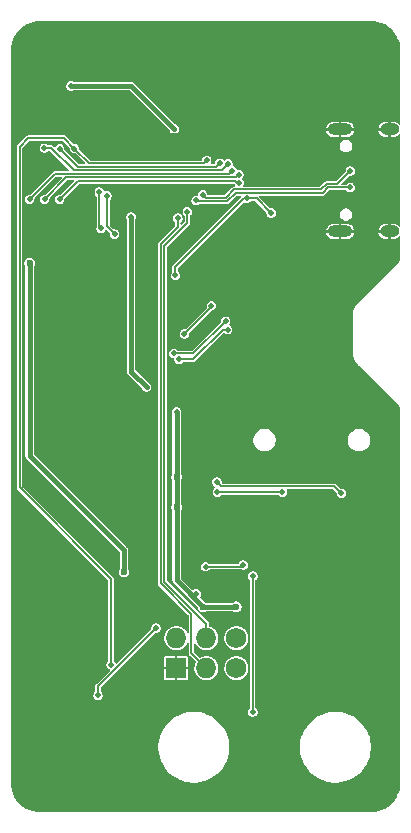
<source format=gbl>
%TF.GenerationSoftware,KiCad,Pcbnew,8.99.0-3110-g1838b2656d*%
%TF.CreationDate,2025-01-19T16:02:53+01:00*%
%TF.ProjectId,dmm_sao,646d6d5f-7361-46f2-9e6b-696361645f70,1.2*%
%TF.SameCoordinates,PX4f27ac0PY3ef1480*%
%TF.FileFunction,Copper,L2,Bot*%
%TF.FilePolarity,Positive*%
%FSLAX46Y46*%
G04 Gerber Fmt 4.6, Leading zero omitted, Abs format (unit mm)*
G04 Created by KiCad (PCBNEW 8.99.0-3110-g1838b2656d) date 2025-01-19 16:02:53*
%MOMM*%
%LPD*%
G01*
G04 APERTURE LIST*
%TA.AperFunction,ComponentPad*%
%ADD10O,1.727200X1.727200*%
%TD*%
%TA.AperFunction,ComponentPad*%
%ADD11R,1.727200X1.727200*%
%TD*%
%TA.AperFunction,ComponentPad*%
%ADD12C,1.727200*%
%TD*%
%TA.AperFunction,ComponentPad*%
%ADD13O,2.100000X1.000000*%
%TD*%
%TA.AperFunction,ComponentPad*%
%ADD14O,1.600000X1.000000*%
%TD*%
%TA.AperFunction,ViaPad*%
%ADD15C,0.500000*%
%TD*%
%TA.AperFunction,ViaPad*%
%ADD16C,0.600000*%
%TD*%
%TA.AperFunction,Conductor*%
%ADD17C,0.400000*%
%TD*%
%TA.AperFunction,Conductor*%
%ADD18C,0.200000*%
%TD*%
%TA.AperFunction,Conductor*%
%ADD19C,0.150000*%
%TD*%
G04 APERTURE END LIST*
D10*
%TO.P,X1,1,VCC*%
%TO.N,SAO_VIN*%
X14520000Y-52750000D03*
D11*
%TO.P,X1,2,GND*%
%TO.N,GND*%
X14520000Y-55290000D03*
D10*
%TO.P,X1,3,SDA*%
%TO.N,I2C0_SDA*%
X17060000Y-52750000D03*
%TO.P,X1,4,SCL*%
%TO.N,I2C0_SCL*%
X17060000Y-55290000D03*
D12*
%TO.P,X1,5,GPIO1*%
%TO.N,SAO_GPIO1*%
X19600000Y-52750000D03*
%TO.P,X1,6,GPIO2*%
%TO.N,SAO_GPIO2*%
X19600000Y-55290000D03*
%TD*%
D13*
%TO.P,J3,S1,SHIELD*%
%TO.N,GND*%
X28395000Y-18320002D03*
D14*
X32575000Y-18320001D03*
D13*
X28394998Y-9680000D03*
D14*
X32575000Y-9680000D03*
%TD*%
D15*
%TO.N,VCC*%
X5600000Y-6000000D03*
X10696015Y-17100001D03*
D16*
X14550000Y-39100000D03*
D15*
X16200000Y-49000000D03*
D16*
X14550000Y-41650000D03*
D15*
X12000000Y-31500000D03*
X14350000Y-9625000D03*
D16*
X16800000Y-50100000D03*
X19600000Y-50100000D03*
D15*
X14550000Y-33600000D03*
D16*
%TO.N,GND*%
X12650000Y-43500000D03*
D15*
X19750000Y-24500000D03*
X2200000Y-11400000D03*
X7000000Y-43500000D03*
X8850000Y-60900000D03*
X15625000Y-38200000D03*
X2200000Y-8400000D03*
X18200000Y-38200000D03*
D16*
X15189836Y-30973338D03*
D15*
X22800000Y-17800000D03*
X3200000Y-58800000D03*
X11950000Y-29000000D03*
X3200000Y-49800000D03*
X17900000Y-42000000D03*
X15316071Y-34958333D03*
X9800000Y-19200000D03*
X10400000Y-3400000D03*
X16000000Y-8800000D03*
X16900000Y-34700000D03*
X21600000Y-10400000D03*
X22400000Y-48200000D03*
D16*
X11200000Y-43001000D03*
D15*
X15200000Y-25000000D03*
X18200000Y-16600000D03*
X22600000Y-11400000D03*
X26000000Y-31400000D03*
X16350000Y-39500000D03*
X10000000Y-8800000D03*
X800000Y-44600000D03*
X25600000Y-1200000D03*
X7950000Y-32950000D03*
D16*
X12150000Y-39900000D03*
D15*
X2600000Y-1400000D03*
X12500000Y-30750000D03*
X11700000Y-32400000D03*
X17275000Y-36350000D03*
X22050000Y-42050000D03*
X11600000Y-17800000D03*
X20350000Y-21150000D03*
X12400000Y-3400000D03*
X19800000Y-18200000D03*
X11800000Y-27000000D03*
X3700000Y-40400000D03*
X7200000Y-16200000D03*
X17600000Y-8800000D03*
D16*
X17100000Y-30100000D03*
D15*
X15000000Y-1200000D03*
X8400000Y-8800000D03*
D16*
X7500000Y-39250000D03*
D15*
X19000000Y-8800000D03*
X2200000Y-45600000D03*
X25000000Y-18200000D03*
X9400000Y-16200000D03*
X18200000Y-25200000D03*
D16*
X15350000Y-46100000D03*
D15*
X29800000Y-10800000D03*
X7400000Y-18600000D03*
X12000000Y-21000000D03*
D16*
X17250000Y-26500000D03*
D15*
X24200000Y-22000000D03*
X29800000Y-12600000D03*
X13800000Y-18000000D03*
X6800000Y-21600000D03*
D16*
X12450000Y-47350000D03*
D15*
X29800000Y-13800000D03*
D16*
X9450000Y-40300000D03*
D15*
X18722046Y-27520418D03*
X15600000Y-48000000D03*
X17000000Y-48000000D03*
X15800000Y-3400000D03*
X15625000Y-36300000D03*
X31400000Y-2400000D03*
X25000000Y-11000000D03*
X26200000Y-45600000D03*
X17200000Y-23400000D03*
D16*
X12100000Y-49550000D03*
D15*
X14400000Y-23200000D03*
X6700000Y-37250000D03*
X17000000Y-21800000D03*
X22000000Y-53000000D03*
X25200000Y-20800000D03*
X15000000Y-19600000D03*
D16*
X12300000Y-51100000D03*
D15*
X15200000Y-43600000D03*
X2200000Y-19400000D03*
D16*
%TO.N,USB_BUS_POWER*%
X10100000Y-47150000D03*
X2100000Y-21000000D03*
D15*
%TO.N,+1V1*%
X22550000Y-16748008D03*
X14450000Y-22050000D03*
X20478553Y-15528553D03*
%TO.N,/RP2040/SBU1*%
X29250000Y-13200000D03*
X16750000Y-15200000D03*
%TO.N,/RP2040/SBU2*%
X16200000Y-15700000D03*
X29250000Y-14600000D03*
%TO.N,I2C1_SDA*%
X8149992Y-18050000D03*
X8000000Y-15000000D03*
%TO.N,I2C1_SCL*%
X8650000Y-15300000D03*
X9300000Y-18550000D03*
%TO.N,/DMM Measure/MEASURE_RES*%
X21000000Y-47500000D03*
X21000000Y-59000000D03*
%TO.N,/DMM Measure/MEASURE_VIN*%
X20193453Y-46566169D03*
X17000000Y-46700000D03*
%TO.N,/RP2040/QSPI-~{CS}*%
X17100000Y-12299992D03*
X9000000Y-55000000D03*
X5900000Y-11300000D03*
%TO.N,/RP2040/~{RESET}*%
X12800000Y-51900000D03*
X7900000Y-57600000D03*
%TO.N,BTN_FN*%
X15200000Y-27000000D03*
X17500000Y-24600000D03*
%TO.N,ENC_A*%
X17999994Y-40399994D03*
X23500000Y-40399998D03*
%TO.N,ENC_B*%
X28500000Y-40500000D03*
X17956589Y-39543415D03*
%TO.N,/RP2040/QSPI-2*%
X18900000Y-12600000D03*
X3350000Y-11250000D03*
%TO.N,/RP2040/QSPI-3*%
X19850000Y-14200000D03*
X4650000Y-15599998D03*
%TO.N,/RP2040/QSPI-0*%
X2095000Y-15600000D03*
X19275000Y-13175000D03*
%TO.N,/RP2040/QSPI-1*%
X4650000Y-11300000D03*
X18200000Y-12550000D03*
%TO.N,/RP2040/QSPI-CLK*%
X19820723Y-13528115D03*
X3365000Y-15600000D03*
%TO.N,I2C0_SDA*%
X15450000Y-16650000D03*
%TO.N,/RP2040/SPI_SCK{slash}G6*%
X18700000Y-25900000D03*
X14300000Y-28650000D03*
%TO.N,I2C0_SCL*%
X14650000Y-17200000D03*
%TO.N,/RP2040/SPI_COPI{slash}G7*%
X18875000Y-26625000D03*
X14750000Y-29150000D03*
%TD*%
D17*
%TO.N,VCC*%
X10696015Y-17100001D02*
X10696015Y-30196015D01*
X10725000Y-6000000D02*
X5600000Y-6000000D01*
X14550000Y-39100000D02*
X14550000Y-33600000D01*
X14350000Y-9625000D02*
X10725000Y-6000000D01*
X10696015Y-30196015D02*
X12000000Y-31500000D01*
X14550000Y-41650000D02*
X14550000Y-39100000D01*
X14550000Y-47850000D02*
X14550000Y-41650000D01*
X16800000Y-50100000D02*
X14550000Y-47850000D01*
X16800000Y-50100000D02*
X19600000Y-50100000D01*
%TO.N,USB_BUS_POWER*%
X2100000Y-21000000D02*
X2100000Y-37300000D01*
X10100000Y-45300000D02*
X10100000Y-47150000D01*
X2100000Y-37300000D02*
X10100000Y-45300000D01*
D18*
%TO.N,+1V1*%
X20478553Y-15528553D02*
X20221447Y-15528553D01*
X21330545Y-15528553D02*
X22550000Y-16748008D01*
X14450000Y-21300000D02*
X14450000Y-22050000D01*
X20221447Y-15528553D02*
X14450000Y-21300000D01*
X20478553Y-15528553D02*
X21330545Y-15528553D01*
D19*
%TO.N,/RP2040/SBU1*%
X29250000Y-13200000D02*
X28150000Y-14300000D01*
X17025000Y-15475000D02*
X16750000Y-15200000D01*
X28150000Y-14300000D02*
X27250000Y-14300000D01*
X19422183Y-14753553D02*
X18700736Y-15475000D01*
X18700736Y-15475000D02*
X17025000Y-15475000D01*
X27250000Y-14300000D02*
X26796447Y-14753553D01*
X26796447Y-14753553D02*
X19422183Y-14753553D01*
%TO.N,/RP2040/SBU2*%
X26920711Y-15053553D02*
X19546447Y-15053553D01*
X19546447Y-15053553D02*
X18825000Y-15775000D01*
X29250000Y-14600000D02*
X27374264Y-14600000D01*
X27374264Y-14600000D02*
X26920711Y-15053553D01*
X18825000Y-15775000D02*
X16275000Y-15775000D01*
X16275000Y-15775000D02*
X16200000Y-15700000D01*
%TO.N,I2C1_SDA*%
X8000000Y-17900008D02*
X8149992Y-18050000D01*
X8000000Y-15000000D02*
X8000000Y-17900008D01*
%TO.N,I2C1_SCL*%
X8650000Y-17900000D02*
X8650000Y-15300000D01*
X9300000Y-18550000D02*
X8650000Y-17900000D01*
%TO.N,/DMM Measure/MEASURE_RES*%
X21000000Y-47500000D02*
X21000000Y-59000000D01*
%TO.N,/DMM Measure/MEASURE_VIN*%
X20059622Y-46700000D02*
X17000000Y-46700000D01*
X20193453Y-46566169D02*
X20059622Y-46700000D01*
%TO.N,/RP2040/QSPI-~{CS}*%
X7150000Y-12550000D02*
X16849992Y-12550000D01*
X1250000Y-40000000D02*
X9000000Y-47750000D01*
X5900000Y-11300000D02*
X7150000Y-12550000D01*
X5000000Y-10400000D02*
X2000000Y-10400000D01*
X9000000Y-47750000D02*
X9000000Y-55000000D01*
X2000000Y-10400000D02*
X1250000Y-11150000D01*
X16849992Y-12550000D02*
X17100000Y-12299992D01*
X5900000Y-11300000D02*
X5000000Y-10400000D01*
X1250000Y-11150000D02*
X1250000Y-40000000D01*
%TO.N,/RP2040/~{RESET}*%
X7900000Y-56800000D02*
X12800000Y-51900000D01*
X7900000Y-57600000D02*
X7900000Y-56800000D01*
%TO.N,BTN_FN*%
X15200000Y-27000000D02*
X17500000Y-24700000D01*
X17500000Y-24700000D02*
X17500000Y-24600000D01*
%TO.N,ENC_A*%
X17999998Y-40399998D02*
X17999994Y-40399994D01*
X23500000Y-40399998D02*
X17999998Y-40399998D01*
%TO.N,ENC_B*%
X27900000Y-39900000D02*
X18313174Y-39900000D01*
X28500000Y-40500000D02*
X27900000Y-39900000D01*
X18313174Y-39900000D02*
X17956589Y-39543415D01*
%TO.N,/RP2040/QSPI-2*%
X3927206Y-11250000D02*
X5827206Y-13150000D01*
X3350000Y-11250000D02*
X3927206Y-11250000D01*
X5827206Y-13150000D02*
X18350000Y-13150000D01*
X18350000Y-13150000D02*
X18900000Y-12600000D01*
%TO.N,/RP2040/QSPI-3*%
X19534501Y-14050000D02*
X6199998Y-14050000D01*
X19684501Y-14200000D02*
X19534501Y-14050000D01*
X19850000Y-14200000D02*
X19684501Y-14200000D01*
X6199998Y-14050000D02*
X4650000Y-15599998D01*
%TO.N,/RP2040/QSPI-0*%
X4245000Y-13450000D02*
X19000000Y-13450000D01*
X2095000Y-15600000D02*
X4245000Y-13450000D01*
X19000000Y-13450000D02*
X19275000Y-13175000D01*
%TO.N,/RP2040/QSPI-1*%
X4650000Y-11300000D02*
X6200000Y-12850000D01*
X6200000Y-12850000D02*
X17900000Y-12850000D01*
X17900000Y-12850000D02*
X18200000Y-12550000D01*
%TO.N,/RP2040/QSPI-CLK*%
X19820723Y-13528115D02*
X19598838Y-13750000D01*
X5215000Y-13750000D02*
X3365000Y-15600000D01*
X19598838Y-13750000D02*
X5215000Y-13750000D01*
%TO.N,I2C0_SDA*%
X15450000Y-16650000D02*
X15450000Y-17600000D01*
X13500000Y-19550000D02*
X13500000Y-47968686D01*
X13500000Y-47968686D02*
X17060000Y-51528686D01*
X17060000Y-51528686D02*
X17060000Y-52750000D01*
X15450000Y-17600000D02*
X13500000Y-19550000D01*
%TO.N,/RP2040/SPI_SCK{slash}G6*%
X18700000Y-25900000D02*
X15950000Y-28650000D01*
X15950000Y-28650000D02*
X14300000Y-28650000D01*
%TO.N,I2C0_SCL*%
X15800000Y-54030000D02*
X17060000Y-55290000D01*
X13200000Y-19425736D02*
X13200000Y-48100000D01*
X15800000Y-50700000D02*
X15800000Y-54030000D01*
X13200000Y-48100000D02*
X15800000Y-50700000D01*
X14650000Y-17200000D02*
X14650000Y-17975736D01*
X14650000Y-17975736D02*
X13200000Y-19425736D01*
%TO.N,/RP2040/SPI_COPI{slash}G7*%
X18475000Y-26625000D02*
X15950000Y-29150000D01*
X15950000Y-29150000D02*
X14750000Y-29150000D01*
X18875000Y-26625000D02*
X18475000Y-26625000D01*
%TD*%
%TA.AperFunction,Conductor*%
%TO.N,GND*%
G36*
X31002231Y-500634D02*
G01*
X31296821Y-518454D01*
X31305673Y-519528D01*
X31593784Y-572327D01*
X31602435Y-574460D01*
X31882062Y-661595D01*
X31890401Y-664757D01*
X32157497Y-784967D01*
X32165409Y-789120D01*
X32416046Y-940636D01*
X32423400Y-945712D01*
X32653951Y-1126336D01*
X32660640Y-1132262D01*
X32867737Y-1339359D01*
X32873663Y-1346048D01*
X33054287Y-1576599D01*
X33059363Y-1583953D01*
X33210879Y-1834590D01*
X33215032Y-1842502D01*
X33335239Y-2109590D01*
X33338407Y-2117946D01*
X33425536Y-2397552D01*
X33427675Y-2406228D01*
X33480469Y-2694317D01*
X33481546Y-2703188D01*
X33499365Y-2997768D01*
X33499500Y-3002236D01*
X33499500Y-9206609D01*
X33477826Y-9258935D01*
X33425500Y-9280609D01*
X33373174Y-9258935D01*
X33289350Y-9175111D01*
X33182890Y-9103978D01*
X33064598Y-9054979D01*
X33064591Y-9054977D01*
X32939018Y-9030000D01*
X32675000Y-9030000D01*
X32675000Y-9380000D01*
X32475000Y-9380000D01*
X32475000Y-9030000D01*
X32210982Y-9030000D01*
X32085408Y-9054977D01*
X32085401Y-9054979D01*
X31967109Y-9103978D01*
X31860649Y-9175111D01*
X31860648Y-9175113D01*
X31770113Y-9265648D01*
X31770111Y-9265649D01*
X31698978Y-9372109D01*
X31649979Y-9490401D01*
X31649977Y-9490408D01*
X31632156Y-9579999D01*
X31632157Y-9580000D01*
X31991212Y-9580000D01*
X31975000Y-9640504D01*
X31975000Y-9719496D01*
X31991212Y-9780000D01*
X31632156Y-9780000D01*
X31649977Y-9869591D01*
X31649979Y-9869598D01*
X31698978Y-9987890D01*
X31770111Y-10094350D01*
X31860649Y-10184888D01*
X31967109Y-10256021D01*
X32085401Y-10305020D01*
X32085408Y-10305022D01*
X32210982Y-10330000D01*
X32475000Y-10330000D01*
X32475000Y-9980000D01*
X32675000Y-9980000D01*
X32675000Y-10330000D01*
X32939018Y-10330000D01*
X33064591Y-10305022D01*
X33064598Y-10305020D01*
X33182890Y-10256021D01*
X33289350Y-10184888D01*
X33289352Y-10184887D01*
X33373174Y-10101065D01*
X33425500Y-10079391D01*
X33477826Y-10101065D01*
X33499500Y-10153391D01*
X33499500Y-17846610D01*
X33477826Y-17898936D01*
X33425500Y-17920610D01*
X33373174Y-17898936D01*
X33289350Y-17815112D01*
X33182890Y-17743979D01*
X33064598Y-17694980D01*
X33064591Y-17694978D01*
X32939018Y-17670001D01*
X32675000Y-17670001D01*
X32675000Y-18020001D01*
X32475000Y-18020001D01*
X32475000Y-17670001D01*
X32210982Y-17670001D01*
X32085408Y-17694978D01*
X32085401Y-17694980D01*
X31967109Y-17743979D01*
X31860649Y-17815112D01*
X31860648Y-17815114D01*
X31770113Y-17905649D01*
X31770111Y-17905650D01*
X31698978Y-18012110D01*
X31649979Y-18130402D01*
X31649977Y-18130409D01*
X31632156Y-18220000D01*
X31632157Y-18220001D01*
X31991212Y-18220001D01*
X31975000Y-18280505D01*
X31975000Y-18359497D01*
X31991212Y-18420001D01*
X31632156Y-18420001D01*
X31649977Y-18509592D01*
X31649979Y-18509599D01*
X31698978Y-18627891D01*
X31770111Y-18734351D01*
X31860649Y-18824889D01*
X31967109Y-18896022D01*
X32085401Y-18945021D01*
X32085408Y-18945023D01*
X32210982Y-18970001D01*
X32475000Y-18970001D01*
X32475000Y-18620001D01*
X32675000Y-18620001D01*
X32675000Y-18970001D01*
X32939018Y-18970001D01*
X33064591Y-18945023D01*
X33064598Y-18945021D01*
X33182890Y-18896022D01*
X33289350Y-18824889D01*
X33289352Y-18824888D01*
X33373174Y-18741066D01*
X33425500Y-18719392D01*
X33477826Y-18741066D01*
X33499500Y-18793392D01*
X33499500Y-20519897D01*
X33499499Y-20519901D01*
X33499499Y-20539101D01*
X33499499Y-20548867D01*
X33499499Y-20582155D01*
X33499143Y-20589407D01*
X33490618Y-20675978D01*
X33487787Y-20690209D01*
X33463597Y-20769946D01*
X33458045Y-20783349D01*
X33418760Y-20856840D01*
X33410700Y-20868901D01*
X33355394Y-20936286D01*
X33350526Y-20941658D01*
X33346575Y-20945610D01*
X33346564Y-20945621D01*
X33303852Y-20988326D01*
X33303800Y-20988384D01*
X29889119Y-24403067D01*
X29888967Y-24403239D01*
X29869475Y-24422731D01*
X29869471Y-24422734D01*
X29749720Y-24578782D01*
X29651370Y-24749115D01*
X29651360Y-24749135D01*
X29576090Y-24930839D01*
X29576084Y-24930858D01*
X29525174Y-25120849D01*
X29525172Y-25120858D01*
X29499500Y-25315871D01*
X29499500Y-28656178D01*
X29499537Y-28656749D01*
X29499537Y-28684122D01*
X29525204Y-28879127D01*
X29576104Y-29069116D01*
X29651358Y-29250820D01*
X29651365Y-29250835D01*
X29749694Y-29421169D01*
X29749704Y-29421185D01*
X29869416Y-29577218D01*
X29869423Y-29577227D01*
X29892383Y-29600190D01*
X29892393Y-29600207D01*
X29941352Y-29649166D01*
X29944139Y-29651953D01*
X29989156Y-29696979D01*
X29989224Y-29697038D01*
X33350596Y-33058410D01*
X33355476Y-33063795D01*
X33410667Y-33131055D01*
X33418725Y-33143117D01*
X33458008Y-33216621D01*
X33463556Y-33230015D01*
X33487749Y-33309778D01*
X33490578Y-33324004D01*
X33499143Y-33410982D01*
X33499499Y-33418233D01*
X33499499Y-33449614D01*
X33499499Y-33480099D01*
X33499499Y-33480101D01*
X33499500Y-33486063D01*
X33499500Y-64997763D01*
X33499365Y-65002231D01*
X33481546Y-65296811D01*
X33480469Y-65305682D01*
X33427675Y-65593771D01*
X33425536Y-65602447D01*
X33338407Y-65882053D01*
X33335239Y-65890409D01*
X33215032Y-66157497D01*
X33210879Y-66165409D01*
X33059363Y-66416046D01*
X33054287Y-66423400D01*
X32873663Y-66653951D01*
X32867737Y-66660640D01*
X32660640Y-66867737D01*
X32653951Y-66873663D01*
X32423400Y-67054287D01*
X32416046Y-67059363D01*
X32165409Y-67210879D01*
X32157497Y-67215032D01*
X31890409Y-67335239D01*
X31882053Y-67338407D01*
X31602447Y-67425536D01*
X31593771Y-67427675D01*
X31305682Y-67480469D01*
X31296811Y-67481546D01*
X31002232Y-67499365D01*
X30997764Y-67499500D01*
X3002236Y-67499500D01*
X2997768Y-67499365D01*
X2703188Y-67481546D01*
X2694317Y-67480469D01*
X2406228Y-67427675D01*
X2397552Y-67425536D01*
X2117946Y-67338407D01*
X2109590Y-67335239D01*
X1842502Y-67215032D01*
X1834590Y-67210879D01*
X1583953Y-67059363D01*
X1576599Y-67054287D01*
X1346048Y-66873663D01*
X1339359Y-66867737D01*
X1132262Y-66660640D01*
X1126336Y-66653951D01*
X945712Y-66423400D01*
X940636Y-66416046D01*
X789120Y-66165409D01*
X784967Y-66157497D01*
X664757Y-65890401D01*
X661595Y-65882062D01*
X574460Y-65602435D01*
X572327Y-65593784D01*
X519528Y-65305673D01*
X518454Y-65296821D01*
X500635Y-65002231D01*
X500500Y-64997763D01*
X500500Y-61831499D01*
X12999500Y-61831499D01*
X12999500Y-62168501D01*
X13037233Y-62503396D01*
X13112224Y-62831949D01*
X13112227Y-62831961D01*
X13223531Y-63150050D01*
X13369751Y-63453680D01*
X13369753Y-63453684D01*
X13369754Y-63453685D01*
X13549054Y-63739039D01*
X13759176Y-64002523D01*
X13997477Y-64240824D01*
X14260961Y-64450946D01*
X14546315Y-64630245D01*
X14849949Y-64776468D01*
X15168046Y-64887775D01*
X15168051Y-64887776D01*
X15168054Y-64887777D01*
X15223424Y-64900414D01*
X15496606Y-64962766D01*
X15831496Y-65000499D01*
X15831500Y-65000499D01*
X16168500Y-65000499D01*
X16168504Y-65000499D01*
X16503394Y-64962766D01*
X16831954Y-64887775D01*
X17150051Y-64776468D01*
X17453685Y-64630245D01*
X17739039Y-64450946D01*
X18002523Y-64240824D01*
X18240824Y-64002523D01*
X18450946Y-63739039D01*
X18630246Y-63453685D01*
X18776468Y-63150051D01*
X18887775Y-62831954D01*
X18962767Y-62503394D01*
X19000500Y-62168505D01*
X19000500Y-62000000D01*
X19000500Y-61934108D01*
X19000500Y-61831499D01*
X24999500Y-61831499D01*
X24999500Y-62168501D01*
X25037233Y-62503396D01*
X25112224Y-62831949D01*
X25112227Y-62831961D01*
X25223531Y-63150050D01*
X25369751Y-63453680D01*
X25369753Y-63453684D01*
X25369754Y-63453685D01*
X25549054Y-63739039D01*
X25759176Y-64002523D01*
X25997477Y-64240824D01*
X26260961Y-64450946D01*
X26546315Y-64630245D01*
X26849949Y-64776468D01*
X27168046Y-64887775D01*
X27168051Y-64887776D01*
X27168054Y-64887777D01*
X27223424Y-64900414D01*
X27496606Y-64962766D01*
X27831496Y-65000499D01*
X27831500Y-65000499D01*
X28168500Y-65000499D01*
X28168504Y-65000499D01*
X28503394Y-64962766D01*
X28831954Y-64887775D01*
X29150051Y-64776468D01*
X29453685Y-64630245D01*
X29739039Y-64450946D01*
X30002523Y-64240824D01*
X30240824Y-64002523D01*
X30450946Y-63739039D01*
X30630246Y-63453685D01*
X30776468Y-63150051D01*
X30887775Y-62831954D01*
X30962767Y-62503394D01*
X31000500Y-62168505D01*
X31000500Y-62000000D01*
X31000500Y-61934108D01*
X31000500Y-61831496D01*
X30962767Y-61496606D01*
X30887776Y-61168046D01*
X30776469Y-60849949D01*
X30630246Y-60546314D01*
X30450946Y-60260961D01*
X30240825Y-59997477D01*
X30002523Y-59759175D01*
X29739039Y-59549054D01*
X29453686Y-59369754D01*
X29453685Y-59369753D01*
X29453681Y-59369751D01*
X29150050Y-59223530D01*
X28831961Y-59112226D01*
X28831945Y-59112221D01*
X28503398Y-59037234D01*
X28503397Y-59037233D01*
X28359869Y-59021061D01*
X28168504Y-58999500D01*
X27831496Y-58999500D01*
X27664051Y-59018366D01*
X27496602Y-59037233D01*
X27496601Y-59037234D01*
X27168054Y-59112221D01*
X27168038Y-59112226D01*
X26849949Y-59223530D01*
X26546318Y-59369751D01*
X26260960Y-59549054D01*
X25997473Y-59759178D01*
X25759178Y-59997473D01*
X25549054Y-60260960D01*
X25369751Y-60546318D01*
X25223530Y-60849949D01*
X25112226Y-61168038D01*
X25112221Y-61168054D01*
X25037234Y-61496601D01*
X25037233Y-61496602D01*
X24999500Y-61831499D01*
X19000500Y-61831499D01*
X19000500Y-61831496D01*
X18962767Y-61496606D01*
X18887776Y-61168046D01*
X18776469Y-60849949D01*
X18630246Y-60546314D01*
X18450946Y-60260961D01*
X18240825Y-59997477D01*
X18002523Y-59759175D01*
X17739039Y-59549054D01*
X17453686Y-59369754D01*
X17453685Y-59369753D01*
X17453681Y-59369751D01*
X17150050Y-59223530D01*
X16831961Y-59112226D01*
X16831945Y-59112221D01*
X16503398Y-59037234D01*
X16503397Y-59037233D01*
X16359869Y-59021061D01*
X16168504Y-58999500D01*
X15831496Y-58999500D01*
X15664051Y-59018366D01*
X15496602Y-59037233D01*
X15496601Y-59037234D01*
X15168054Y-59112221D01*
X15168038Y-59112226D01*
X14849949Y-59223530D01*
X14546318Y-59369751D01*
X14260960Y-59549054D01*
X13997473Y-59759178D01*
X13759178Y-59997473D01*
X13549054Y-60260960D01*
X13369751Y-60546318D01*
X13223530Y-60849949D01*
X13112226Y-61168038D01*
X13112221Y-61168054D01*
X13037234Y-61496601D01*
X13037233Y-61496602D01*
X12999500Y-61831499D01*
X500500Y-61831499D01*
X500500Y-11105145D01*
X1024499Y-11105145D01*
X1024499Y-11194855D01*
X1024499Y-11194856D01*
X1024500Y-11203471D01*
X1024500Y-39949173D01*
X1024499Y-39949187D01*
X1024499Y-39955145D01*
X1024499Y-40044855D01*
X1038157Y-40077826D01*
X1043684Y-40091170D01*
X1058829Y-40127735D01*
X1132671Y-40201577D01*
X1132673Y-40201578D01*
X8752826Y-47821731D01*
X8774500Y-47874057D01*
X8774500Y-54628455D01*
X8752826Y-54680781D01*
X8679520Y-54754086D01*
X8626795Y-54845408D01*
X8626791Y-54845417D01*
X8599500Y-54947270D01*
X8599500Y-55052729D01*
X8626791Y-55154582D01*
X8626795Y-55154591D01*
X8647308Y-55190120D01*
X8679520Y-55245913D01*
X8754087Y-55320480D01*
X8845413Y-55373207D01*
X8849745Y-55374367D01*
X8894678Y-55408842D01*
X8902075Y-55464994D01*
X8882921Y-55498172D01*
X7773512Y-56607581D01*
X7773502Y-56607591D01*
X7772265Y-56608829D01*
X7772264Y-56608830D01*
X7708830Y-56672264D01*
X7708830Y-56672265D01*
X7703897Y-56684173D01*
X7703895Y-56684176D01*
X7674499Y-56755144D01*
X7674499Y-56853466D01*
X7674500Y-56853475D01*
X7674500Y-57228455D01*
X7652826Y-57280781D01*
X7579520Y-57354086D01*
X7526795Y-57445408D01*
X7526791Y-57445417D01*
X7499500Y-57547270D01*
X7499500Y-57652729D01*
X7526791Y-57754582D01*
X7526792Y-57754585D01*
X7526793Y-57754587D01*
X7579520Y-57845913D01*
X7654087Y-57920480D01*
X7745413Y-57973207D01*
X7847270Y-58000499D01*
X7847271Y-58000500D01*
X7847273Y-58000500D01*
X7952729Y-58000500D01*
X7952729Y-58000499D01*
X8054587Y-57973207D01*
X8145913Y-57920480D01*
X8220480Y-57845913D01*
X8273207Y-57754587D01*
X8300499Y-57652729D01*
X8300500Y-57652729D01*
X8300500Y-57547271D01*
X8300499Y-57547270D01*
X8273208Y-57445417D01*
X8273207Y-57445413D01*
X8220480Y-57354087D01*
X8147174Y-57280781D01*
X8125500Y-57228455D01*
X8125500Y-56924057D01*
X8147174Y-56871731D01*
X10607279Y-54411626D01*
X13506400Y-54411626D01*
X13506400Y-55190000D01*
X14020874Y-55190000D01*
X14012000Y-55223120D01*
X14012000Y-55356880D01*
X14020874Y-55390000D01*
X13506401Y-55390000D01*
X13506401Y-56168378D01*
X13515101Y-56212124D01*
X13548255Y-56261743D01*
X13548256Y-56261744D01*
X13597872Y-56294896D01*
X13641626Y-56303599D01*
X14420000Y-56303599D01*
X14420000Y-55789125D01*
X14453120Y-55798000D01*
X14586880Y-55798000D01*
X14620000Y-55789125D01*
X14620000Y-56303599D01*
X15398379Y-56303599D01*
X15442124Y-56294898D01*
X15491743Y-56261744D01*
X15491744Y-56261743D01*
X15524896Y-56212127D01*
X15533600Y-56168373D01*
X15533600Y-55390000D01*
X15019126Y-55390000D01*
X15028000Y-55356880D01*
X15028000Y-55223120D01*
X15019126Y-55190000D01*
X15533599Y-55190000D01*
X15533599Y-54411621D01*
X15524898Y-54367875D01*
X15491744Y-54318256D01*
X15491743Y-54318255D01*
X15442127Y-54285103D01*
X15398373Y-54276400D01*
X14620000Y-54276400D01*
X14620000Y-54790874D01*
X14586880Y-54782000D01*
X14453120Y-54782000D01*
X14420000Y-54790874D01*
X14420000Y-54276400D01*
X13641629Y-54276400D01*
X13597873Y-54285103D01*
X13548256Y-54318255D01*
X13548255Y-54318256D01*
X13515103Y-54367872D01*
X13506400Y-54411626D01*
X10607279Y-54411626D01*
X12696731Y-52322174D01*
X12749057Y-52300500D01*
X12852729Y-52300500D01*
X12852729Y-52300499D01*
X12954587Y-52273207D01*
X13045913Y-52220480D01*
X13120480Y-52145913D01*
X13173207Y-52054587D01*
X13200499Y-51952729D01*
X13200500Y-51952729D01*
X13200500Y-51847271D01*
X13200499Y-51847270D01*
X13173208Y-51745417D01*
X13173207Y-51745413D01*
X13120480Y-51654087D01*
X13045913Y-51579520D01*
X12954591Y-51526795D01*
X12954582Y-51526791D01*
X12852729Y-51499500D01*
X12852727Y-51499500D01*
X12747273Y-51499500D01*
X12747271Y-51499500D01*
X12645417Y-51526791D01*
X12645408Y-51526795D01*
X12554086Y-51579520D01*
X12479520Y-51654086D01*
X12426795Y-51745408D01*
X12426791Y-51745417D01*
X12399500Y-51847270D01*
X12399500Y-51950941D01*
X12377826Y-52003267D01*
X9498172Y-54882921D01*
X9445846Y-54904595D01*
X9393520Y-54882921D01*
X9374368Y-54849746D01*
X9373207Y-54845413D01*
X9320480Y-54754087D01*
X9247174Y-54680781D01*
X9225500Y-54628455D01*
X9225500Y-47803475D01*
X9225501Y-47803466D01*
X9225501Y-47705146D01*
X9225501Y-47705145D01*
X9201225Y-47646539D01*
X9191170Y-47622264D01*
X9127736Y-47558830D01*
X9127734Y-47558829D01*
X1497174Y-39928269D01*
X1475500Y-39875943D01*
X1475500Y-20940688D01*
X1649500Y-20940688D01*
X1649500Y-21059311D01*
X1680199Y-21173882D01*
X1680201Y-21173887D01*
X1739586Y-21276743D01*
X1749500Y-21313743D01*
X1749500Y-37346146D01*
X1773384Y-37435284D01*
X1773386Y-37435289D01*
X1819530Y-37515212D01*
X9727826Y-45423508D01*
X9749500Y-45475834D01*
X9749500Y-46836256D01*
X9739586Y-46873256D01*
X9680201Y-46976112D01*
X9680199Y-46976117D01*
X9649500Y-47090688D01*
X9649500Y-47209311D01*
X9680199Y-47323882D01*
X9680201Y-47323887D01*
X9739508Y-47426609D01*
X9739509Y-47426610D01*
X9739511Y-47426613D01*
X9823387Y-47510489D01*
X9823389Y-47510490D01*
X9823390Y-47510491D01*
X9907115Y-47558830D01*
X9926114Y-47569799D01*
X9926115Y-47569799D01*
X9926117Y-47569800D01*
X9983402Y-47585149D01*
X10040688Y-47600499D01*
X10040689Y-47600500D01*
X10040691Y-47600500D01*
X10159311Y-47600500D01*
X10159311Y-47600499D01*
X10273886Y-47569799D01*
X10376613Y-47510489D01*
X10460489Y-47426613D01*
X10519799Y-47323886D01*
X10550499Y-47209311D01*
X10550500Y-47209311D01*
X10550500Y-47090689D01*
X10550499Y-47090688D01*
X10519800Y-46976117D01*
X10519798Y-46976112D01*
X10460414Y-46873256D01*
X10450500Y-46836256D01*
X10450500Y-45253854D01*
X10450499Y-45253853D01*
X10426615Y-45164715D01*
X10426613Y-45164710D01*
X10380471Y-45084790D01*
X10380470Y-45084789D01*
X10380469Y-45084787D01*
X2472174Y-37176492D01*
X2450500Y-37124166D01*
X2450500Y-21313743D01*
X2460414Y-21276743D01*
X2467385Y-21264668D01*
X2519799Y-21173886D01*
X2550499Y-21059311D01*
X2550500Y-21059311D01*
X2550500Y-20940689D01*
X2550499Y-20940688D01*
X2549319Y-20936286D01*
X2519799Y-20826114D01*
X2519798Y-20826112D01*
X2460491Y-20723390D01*
X2460490Y-20723389D01*
X2460489Y-20723387D01*
X2376613Y-20639511D01*
X2376610Y-20639509D01*
X2376609Y-20639508D01*
X2273887Y-20580201D01*
X2273882Y-20580199D01*
X2159311Y-20549500D01*
X2159309Y-20549500D01*
X2040691Y-20549500D01*
X2040689Y-20549500D01*
X1926117Y-20580199D01*
X1926112Y-20580201D01*
X1823390Y-20639508D01*
X1739508Y-20723390D01*
X1680201Y-20826112D01*
X1680199Y-20826117D01*
X1649500Y-20940688D01*
X1475500Y-20940688D01*
X1475500Y-11274057D01*
X1497174Y-11221731D01*
X2071731Y-10647174D01*
X2124057Y-10625500D01*
X4875943Y-10625500D01*
X4928269Y-10647174D01*
X5477826Y-11196731D01*
X5499500Y-11249057D01*
X5499500Y-11352729D01*
X5526791Y-11454582D01*
X5526795Y-11454591D01*
X5570624Y-11530504D01*
X5579520Y-11545913D01*
X5654087Y-11620480D01*
X5745413Y-11673207D01*
X5847270Y-11700499D01*
X5847271Y-11700500D01*
X5950943Y-11700500D01*
X6003269Y-11722174D01*
X6779269Y-12498174D01*
X6800943Y-12550500D01*
X6779269Y-12602826D01*
X6726943Y-12624500D01*
X6324057Y-12624500D01*
X6271731Y-12602826D01*
X5072174Y-11403269D01*
X5050500Y-11350943D01*
X5050500Y-11247271D01*
X5050499Y-11247270D01*
X5049463Y-11243405D01*
X5023207Y-11145413D01*
X4970480Y-11054087D01*
X4895913Y-10979520D01*
X4860075Y-10958829D01*
X4804591Y-10926795D01*
X4804582Y-10926791D01*
X4702729Y-10899500D01*
X4702727Y-10899500D01*
X4597273Y-10899500D01*
X4597271Y-10899500D01*
X4495417Y-10926791D01*
X4495408Y-10926795D01*
X4404086Y-10979520D01*
X4329520Y-11054086D01*
X4275500Y-11147651D01*
X4267566Y-11153738D01*
X4263740Y-11162977D01*
X4245892Y-11170369D01*
X4230566Y-11182130D01*
X4220651Y-11180824D01*
X4211414Y-11184651D01*
X4193567Y-11177258D01*
X4174414Y-11174737D01*
X4159088Y-11162977D01*
X4128784Y-11132673D01*
X4128784Y-11132672D01*
X4054944Y-11058832D01*
X4054942Y-11058830D01*
X4030666Y-11048774D01*
X4030664Y-11048773D01*
X4030664Y-11048772D01*
X3972061Y-11024499D01*
X3882351Y-11024499D01*
X3873739Y-11024499D01*
X3873731Y-11024500D01*
X3721545Y-11024500D01*
X3669219Y-11002826D01*
X3595913Y-10929520D01*
X3504591Y-10876795D01*
X3504582Y-10876791D01*
X3402729Y-10849500D01*
X3402727Y-10849500D01*
X3297273Y-10849500D01*
X3297271Y-10849500D01*
X3195417Y-10876791D01*
X3195408Y-10876795D01*
X3104086Y-10929520D01*
X3029520Y-11004086D01*
X2976795Y-11095408D01*
X2976791Y-11095417D01*
X2949500Y-11197270D01*
X2949500Y-11302729D01*
X2976791Y-11404582D01*
X2976795Y-11404591D01*
X3005660Y-11454587D01*
X3029520Y-11495913D01*
X3104087Y-11570480D01*
X3195413Y-11623207D01*
X3297270Y-11650499D01*
X3297271Y-11650500D01*
X3297273Y-11650500D01*
X3402729Y-11650500D01*
X3402729Y-11650499D01*
X3504587Y-11623207D01*
X3595913Y-11570480D01*
X3669219Y-11497174D01*
X3721545Y-11475500D01*
X3803149Y-11475500D01*
X3855475Y-11497174D01*
X5456475Y-13098174D01*
X5478149Y-13150500D01*
X5456475Y-13202826D01*
X5404149Y-13224500D01*
X4200145Y-13224500D01*
X4117266Y-13258828D01*
X2198268Y-15177826D01*
X2145942Y-15199500D01*
X2042271Y-15199500D01*
X1940417Y-15226791D01*
X1940408Y-15226795D01*
X1849086Y-15279520D01*
X1774520Y-15354086D01*
X1721795Y-15445408D01*
X1721791Y-15445417D01*
X1694500Y-15547270D01*
X1694500Y-15652729D01*
X1721791Y-15754582D01*
X1721792Y-15754585D01*
X1721793Y-15754587D01*
X1774520Y-15845913D01*
X1849087Y-15920480D01*
X1940413Y-15973207D01*
X2042270Y-16000499D01*
X2042271Y-16000500D01*
X2042273Y-16000500D01*
X2147729Y-16000500D01*
X2147729Y-16000499D01*
X2249587Y-15973207D01*
X2340913Y-15920480D01*
X2415480Y-15845913D01*
X2468207Y-15754587D01*
X2495499Y-15652729D01*
X2495500Y-15652729D01*
X2495500Y-15549056D01*
X2517174Y-15496730D01*
X3414405Y-14599500D01*
X4316731Y-13697174D01*
X4369057Y-13675500D01*
X4791943Y-13675500D01*
X4844269Y-13697174D01*
X4865943Y-13749500D01*
X4844269Y-13801825D01*
X4148309Y-14497785D01*
X3468268Y-15177826D01*
X3415942Y-15199500D01*
X3312271Y-15199500D01*
X3210417Y-15226791D01*
X3210408Y-15226795D01*
X3119086Y-15279520D01*
X3044520Y-15354086D01*
X2991795Y-15445408D01*
X2991791Y-15445417D01*
X2964500Y-15547270D01*
X2964500Y-15652729D01*
X2991791Y-15754582D01*
X2991792Y-15754585D01*
X2991793Y-15754587D01*
X3044520Y-15845913D01*
X3119087Y-15920480D01*
X3210413Y-15973207D01*
X3312270Y-16000499D01*
X3312271Y-16000500D01*
X3312273Y-16000500D01*
X3417729Y-16000500D01*
X3417729Y-16000499D01*
X3519587Y-15973207D01*
X3610913Y-15920480D01*
X3685480Y-15845913D01*
X3738207Y-15754587D01*
X3765499Y-15652729D01*
X3765500Y-15652729D01*
X3765500Y-15549056D01*
X3787174Y-15496730D01*
X5286731Y-13997174D01*
X5339057Y-13975500D01*
X5776941Y-13975500D01*
X5829267Y-13997174D01*
X5850941Y-14049500D01*
X5829267Y-14101825D01*
X5278365Y-14652727D01*
X4753268Y-15177824D01*
X4700942Y-15199498D01*
X4597271Y-15199498D01*
X4495417Y-15226789D01*
X4495408Y-15226793D01*
X4404086Y-15279518D01*
X4329520Y-15354084D01*
X4276795Y-15445406D01*
X4276791Y-15445415D01*
X4249500Y-15547268D01*
X4249500Y-15652727D01*
X4276791Y-15754580D01*
X4276795Y-15754589D01*
X4303433Y-15800727D01*
X4329520Y-15845911D01*
X4404087Y-15920478D01*
X4495413Y-15973205D01*
X4597270Y-16000497D01*
X4597271Y-16000498D01*
X4597273Y-16000498D01*
X4702729Y-16000498D01*
X4702729Y-16000497D01*
X4804587Y-15973205D01*
X4895913Y-15920478D01*
X4970480Y-15845911D01*
X5023207Y-15754585D01*
X5050499Y-15652727D01*
X5050500Y-15652727D01*
X5050500Y-15549054D01*
X5072174Y-15496728D01*
X5621633Y-14947270D01*
X7599500Y-14947270D01*
X7599500Y-15052729D01*
X7626791Y-15154582D01*
X7626795Y-15154591D01*
X7679520Y-15245913D01*
X7752826Y-15319219D01*
X7774500Y-15371545D01*
X7774500Y-17855150D01*
X7774499Y-17855153D01*
X7774499Y-17882331D01*
X7774499Y-17894198D01*
X7774499Y-17894200D01*
X7771978Y-17913352D01*
X7749492Y-17997274D01*
X7749492Y-18102729D01*
X7776783Y-18204582D01*
X7776787Y-18204591D01*
X7785684Y-18220001D01*
X7829512Y-18295913D01*
X7904079Y-18370480D01*
X7995405Y-18423207D01*
X8097262Y-18450499D01*
X8097263Y-18450500D01*
X8097265Y-18450500D01*
X8202721Y-18450500D01*
X8202721Y-18450499D01*
X8304579Y-18423207D01*
X8395905Y-18370480D01*
X8470472Y-18295913D01*
X8516152Y-18216792D01*
X8561082Y-18182315D01*
X8617235Y-18189707D01*
X8632562Y-18201467D01*
X8877826Y-18446731D01*
X8899500Y-18499057D01*
X8899500Y-18602729D01*
X8926791Y-18704582D01*
X8926795Y-18704591D01*
X8979520Y-18795913D01*
X9054087Y-18870480D01*
X9145413Y-18923207D01*
X9247270Y-18950499D01*
X9247271Y-18950500D01*
X9247273Y-18950500D01*
X9352729Y-18950500D01*
X9352729Y-18950499D01*
X9454587Y-18923207D01*
X9545913Y-18870480D01*
X9620480Y-18795913D01*
X9673207Y-18704587D01*
X9700499Y-18602729D01*
X9700500Y-18602729D01*
X9700500Y-18497271D01*
X9700499Y-18497270D01*
X9680654Y-18423208D01*
X9673207Y-18395413D01*
X9620480Y-18304087D01*
X9545913Y-18229520D01*
X9476955Y-18189707D01*
X9454591Y-18176795D01*
X9454582Y-18176791D01*
X9352729Y-18149500D01*
X9352727Y-18149500D01*
X9249057Y-18149500D01*
X9196731Y-18127826D01*
X8897174Y-17828269D01*
X8875500Y-17775943D01*
X8875500Y-17047271D01*
X10295515Y-17047271D01*
X10295515Y-17047274D01*
X10295515Y-17152728D01*
X10322310Y-17252729D01*
X10322809Y-17254591D01*
X10335600Y-17276744D01*
X10345515Y-17313745D01*
X10345515Y-30242161D01*
X10369399Y-30331299D01*
X10369401Y-30331304D01*
X10415545Y-30411227D01*
X11601018Y-31596699D01*
X11620170Y-31629871D01*
X11626793Y-31654587D01*
X11679520Y-31745913D01*
X11754087Y-31820480D01*
X11845413Y-31873207D01*
X11947270Y-31900499D01*
X11947271Y-31900500D01*
X11947273Y-31900500D01*
X12052729Y-31900500D01*
X12052729Y-31900499D01*
X12154587Y-31873207D01*
X12245913Y-31820480D01*
X12320480Y-31745913D01*
X12373207Y-31654587D01*
X12400499Y-31552729D01*
X12400500Y-31552729D01*
X12400500Y-31447271D01*
X12400499Y-31447270D01*
X12373208Y-31345417D01*
X12373207Y-31345413D01*
X12320480Y-31254087D01*
X12245913Y-31179520D01*
X12154591Y-31126795D01*
X12154589Y-31126794D01*
X12154587Y-31126793D01*
X12151113Y-31125862D01*
X12129871Y-31120170D01*
X12096699Y-31101018D01*
X11068189Y-30072507D01*
X11046515Y-30020181D01*
X11046515Y-19380881D01*
X12974499Y-19380881D01*
X12974499Y-19470591D01*
X12974499Y-19470592D01*
X12974500Y-19479207D01*
X12974500Y-48049173D01*
X12974499Y-48049187D01*
X12974499Y-48144854D01*
X12994933Y-48194186D01*
X13008829Y-48227734D01*
X13008831Y-48227737D01*
X13082671Y-48301577D01*
X13082673Y-48301578D01*
X15552826Y-50771731D01*
X15574500Y-50824057D01*
X15574500Y-52273793D01*
X15552826Y-52326119D01*
X15500500Y-52347793D01*
X15448174Y-52326119D01*
X15432133Y-52302112D01*
X15418684Y-52269643D01*
X15307705Y-52103552D01*
X15307703Y-52103549D01*
X15166451Y-51962297D01*
X15000357Y-51851316D01*
X15000356Y-51851315D01*
X15000354Y-51851314D01*
X14815806Y-51774872D01*
X14815795Y-51774869D01*
X14667680Y-51745408D01*
X14619880Y-51735900D01*
X14420120Y-51735900D01*
X14393148Y-51741265D01*
X14224204Y-51774869D01*
X14224193Y-51774872D01*
X14039645Y-51851314D01*
X13873552Y-51962294D01*
X13732294Y-52103552D01*
X13621314Y-52269645D01*
X13544872Y-52454193D01*
X13544869Y-52454204D01*
X13505900Y-52650120D01*
X13505900Y-52849879D01*
X13544869Y-53045795D01*
X13544872Y-53045806D01*
X13621314Y-53230354D01*
X13621315Y-53230356D01*
X13621316Y-53230357D01*
X13732297Y-53396451D01*
X13873549Y-53537703D01*
X14039643Y-53648684D01*
X14224198Y-53725129D01*
X14420120Y-53764100D01*
X14420121Y-53764100D01*
X14619879Y-53764100D01*
X14619880Y-53764100D01*
X14815802Y-53725129D01*
X15000357Y-53648684D01*
X15166451Y-53537703D01*
X15307703Y-53396451D01*
X15418684Y-53230357D01*
X15432133Y-53197887D01*
X15472181Y-53157839D01*
X15528818Y-53157839D01*
X15568867Y-53197887D01*
X15574500Y-53226206D01*
X15574500Y-53979173D01*
X15574499Y-53979187D01*
X15574499Y-54074856D01*
X15598773Y-54133458D01*
X15608829Y-54157734D01*
X15608832Y-54157738D01*
X15682671Y-54231577D01*
X15682673Y-54231578D01*
X16158195Y-54707100D01*
X16179869Y-54759426D01*
X16167402Y-54800532D01*
X16161315Y-54809642D01*
X16084872Y-54994193D01*
X16084869Y-54994204D01*
X16065035Y-55093919D01*
X16045900Y-55190120D01*
X16045900Y-55389880D01*
X16049672Y-55408842D01*
X16084869Y-55585795D01*
X16084872Y-55585806D01*
X16161314Y-55770354D01*
X16161315Y-55770356D01*
X16161316Y-55770357D01*
X16272297Y-55936451D01*
X16413549Y-56077703D01*
X16579643Y-56188684D01*
X16579644Y-56188684D01*
X16579645Y-56188685D01*
X16756023Y-56261743D01*
X16764198Y-56265129D01*
X16960120Y-56304100D01*
X16960121Y-56304100D01*
X17159879Y-56304100D01*
X17159880Y-56304100D01*
X17355802Y-56265129D01*
X17540357Y-56188684D01*
X17706451Y-56077703D01*
X17847703Y-55936451D01*
X17958684Y-55770357D01*
X18035129Y-55585802D01*
X18074100Y-55389880D01*
X18074100Y-55190120D01*
X18585900Y-55190120D01*
X18585900Y-55389880D01*
X18589672Y-55408842D01*
X18624869Y-55585795D01*
X18624872Y-55585806D01*
X18701314Y-55770354D01*
X18701315Y-55770356D01*
X18701316Y-55770357D01*
X18812297Y-55936451D01*
X18953549Y-56077703D01*
X19119643Y-56188684D01*
X19119644Y-56188684D01*
X19119645Y-56188685D01*
X19296023Y-56261743D01*
X19304198Y-56265129D01*
X19500120Y-56304100D01*
X19500121Y-56304100D01*
X19699879Y-56304100D01*
X19699880Y-56304100D01*
X19895802Y-56265129D01*
X20080357Y-56188684D01*
X20246451Y-56077703D01*
X20387703Y-55936451D01*
X20498684Y-55770357D01*
X20575129Y-55585802D01*
X20614100Y-55389880D01*
X20614100Y-55190120D01*
X20575129Y-54994198D01*
X20513502Y-54845417D01*
X20498685Y-54809645D01*
X20430166Y-54707100D01*
X20387703Y-54643549D01*
X20246451Y-54502297D01*
X20110745Y-54411621D01*
X20080354Y-54391314D01*
X19895806Y-54314872D01*
X19895795Y-54314869D01*
X19746147Y-54285103D01*
X19699880Y-54275900D01*
X19500120Y-54275900D01*
X19461362Y-54283609D01*
X19304204Y-54314869D01*
X19304193Y-54314872D01*
X19119645Y-54391314D01*
X18953552Y-54502294D01*
X18812294Y-54643552D01*
X18701314Y-54809645D01*
X18624872Y-54994193D01*
X18624869Y-54994204D01*
X18605035Y-55093919D01*
X18585900Y-55190120D01*
X18074100Y-55190120D01*
X18035129Y-54994198D01*
X17973502Y-54845417D01*
X17958685Y-54809645D01*
X17890166Y-54707100D01*
X17847703Y-54643549D01*
X17706451Y-54502297D01*
X17570745Y-54411621D01*
X17540354Y-54391314D01*
X17355806Y-54314872D01*
X17355795Y-54314869D01*
X17206147Y-54285103D01*
X17159880Y-54275900D01*
X16960120Y-54275900D01*
X16921362Y-54283609D01*
X16764204Y-54314869D01*
X16764193Y-54314872D01*
X16579642Y-54391315D01*
X16570532Y-54397402D01*
X16514982Y-54408446D01*
X16477100Y-54388195D01*
X16047174Y-53958269D01*
X16025500Y-53905943D01*
X16025500Y-53271039D01*
X16047174Y-53218713D01*
X16099500Y-53197039D01*
X16151826Y-53218713D01*
X16161029Y-53229927D01*
X16161315Y-53230355D01*
X16161316Y-53230357D01*
X16272297Y-53396451D01*
X16413549Y-53537703D01*
X16579643Y-53648684D01*
X16764198Y-53725129D01*
X16960120Y-53764100D01*
X16960121Y-53764100D01*
X17159879Y-53764100D01*
X17159880Y-53764100D01*
X17355802Y-53725129D01*
X17540357Y-53648684D01*
X17706451Y-53537703D01*
X17847703Y-53396451D01*
X17958684Y-53230357D01*
X18035129Y-53045802D01*
X18074100Y-52849880D01*
X18074100Y-52650120D01*
X18585900Y-52650120D01*
X18585900Y-52849879D01*
X18624869Y-53045795D01*
X18624872Y-53045806D01*
X18701314Y-53230354D01*
X18701315Y-53230356D01*
X18701316Y-53230357D01*
X18812297Y-53396451D01*
X18953549Y-53537703D01*
X19119643Y-53648684D01*
X19304198Y-53725129D01*
X19500120Y-53764100D01*
X19500121Y-53764100D01*
X19699879Y-53764100D01*
X19699880Y-53764100D01*
X19895802Y-53725129D01*
X20080357Y-53648684D01*
X20246451Y-53537703D01*
X20387703Y-53396451D01*
X20498684Y-53230357D01*
X20575129Y-53045802D01*
X20614100Y-52849880D01*
X20614100Y-52650120D01*
X20575129Y-52454198D01*
X20511895Y-52301538D01*
X20498685Y-52269645D01*
X20465833Y-52220479D01*
X20387703Y-52103549D01*
X20246451Y-51962297D01*
X20080357Y-51851316D01*
X20080356Y-51851315D01*
X20080354Y-51851314D01*
X19895806Y-51774872D01*
X19895795Y-51774869D01*
X19747680Y-51745408D01*
X19699880Y-51735900D01*
X19500120Y-51735900D01*
X19473148Y-51741265D01*
X19304204Y-51774869D01*
X19304193Y-51774872D01*
X19119645Y-51851314D01*
X18953552Y-51962294D01*
X18812294Y-52103552D01*
X18701314Y-52269645D01*
X18624872Y-52454193D01*
X18624869Y-52454204D01*
X18585900Y-52650120D01*
X18074100Y-52650120D01*
X18035129Y-52454198D01*
X17971895Y-52301538D01*
X17958685Y-52269645D01*
X17925833Y-52220479D01*
X17847703Y-52103549D01*
X17706451Y-51962297D01*
X17540357Y-51851316D01*
X17540356Y-51851315D01*
X17540354Y-51851314D01*
X17355806Y-51774872D01*
X17355791Y-51774868D01*
X17345060Y-51772733D01*
X17297969Y-51741265D01*
X17285500Y-51700156D01*
X17285500Y-51483831D01*
X17285499Y-51483829D01*
X17251171Y-51400952D01*
X17251169Y-51400949D01*
X13747174Y-47896954D01*
X13725500Y-47844628D01*
X13725500Y-39040688D01*
X14099500Y-39040688D01*
X14099500Y-39159311D01*
X14130199Y-39273882D01*
X14130201Y-39273887D01*
X14189586Y-39376743D01*
X14199500Y-39413743D01*
X14199500Y-41336256D01*
X14189586Y-41373256D01*
X14130201Y-41476112D01*
X14130199Y-41476117D01*
X14099500Y-41590688D01*
X14099500Y-41709311D01*
X14130199Y-41823882D01*
X14130201Y-41823887D01*
X14189586Y-41926743D01*
X14199500Y-41963743D01*
X14199500Y-47896145D01*
X14206918Y-47923828D01*
X14206918Y-47923830D01*
X14223384Y-47985283D01*
X14223386Y-47985288D01*
X14269530Y-48065212D01*
X16330308Y-50125990D01*
X16349460Y-50159163D01*
X16380199Y-50273882D01*
X16380201Y-50273887D01*
X16439508Y-50376609D01*
X16439509Y-50376610D01*
X16439511Y-50376613D01*
X16523387Y-50460489D01*
X16626114Y-50519799D01*
X16626115Y-50519799D01*
X16626117Y-50519800D01*
X16683402Y-50535149D01*
X16740688Y-50550499D01*
X16740689Y-50550500D01*
X16740691Y-50550500D01*
X16859311Y-50550500D01*
X16859311Y-50550499D01*
X16973886Y-50519799D01*
X17015045Y-50496035D01*
X17076744Y-50460414D01*
X17113744Y-50450500D01*
X19286256Y-50450500D01*
X19323256Y-50460414D01*
X19426112Y-50519798D01*
X19426114Y-50519799D01*
X19426115Y-50519799D01*
X19426117Y-50519800D01*
X19483402Y-50535149D01*
X19540688Y-50550499D01*
X19540689Y-50550500D01*
X19540691Y-50550500D01*
X19659311Y-50550500D01*
X19659311Y-50550499D01*
X19773886Y-50519799D01*
X19876613Y-50460489D01*
X19960489Y-50376613D01*
X20019799Y-50273886D01*
X20050499Y-50159311D01*
X20050500Y-50159311D01*
X20050500Y-50040689D01*
X20050499Y-50040688D01*
X20019800Y-49926117D01*
X20019798Y-49926112D01*
X19960491Y-49823390D01*
X19960490Y-49823389D01*
X19960489Y-49823387D01*
X19876613Y-49739511D01*
X19876610Y-49739509D01*
X19876609Y-49739508D01*
X19773887Y-49680201D01*
X19773882Y-49680199D01*
X19659311Y-49649500D01*
X19659309Y-49649500D01*
X19540691Y-49649500D01*
X19540689Y-49649500D01*
X19426117Y-49680199D01*
X19426112Y-49680201D01*
X19323256Y-49739586D01*
X19286256Y-49749500D01*
X17113744Y-49749500D01*
X17076744Y-49739586D01*
X16973887Y-49680201D01*
X16973882Y-49680199D01*
X16859163Y-49649460D01*
X16825990Y-49630308D01*
X16531757Y-49336075D01*
X16510083Y-49283749D01*
X16519997Y-49246749D01*
X16520480Y-49245913D01*
X16573207Y-49154587D01*
X16600499Y-49052729D01*
X16600500Y-49052729D01*
X16600500Y-48947271D01*
X16600499Y-48947270D01*
X16573208Y-48845417D01*
X16573207Y-48845413D01*
X16520480Y-48754087D01*
X16445913Y-48679520D01*
X16426379Y-48668242D01*
X16354591Y-48626795D01*
X16354582Y-48626791D01*
X16252729Y-48599500D01*
X16252727Y-48599500D01*
X16147273Y-48599500D01*
X16147271Y-48599500D01*
X16045417Y-48626791D01*
X16045404Y-48626796D01*
X15953249Y-48680002D01*
X15897097Y-48687394D01*
X15863924Y-48668242D01*
X14922174Y-47726492D01*
X14900500Y-47674166D01*
X14900500Y-47447270D01*
X20599500Y-47447270D01*
X20599500Y-47552729D01*
X20626791Y-47654582D01*
X20626795Y-47654591D01*
X20679520Y-47745913D01*
X20752826Y-47819219D01*
X20774500Y-47871545D01*
X20774500Y-58628455D01*
X20752826Y-58680781D01*
X20679520Y-58754086D01*
X20626795Y-58845408D01*
X20626791Y-58845417D01*
X20599500Y-58947270D01*
X20599500Y-59052729D01*
X20626791Y-59154582D01*
X20626792Y-59154585D01*
X20626793Y-59154587D01*
X20679520Y-59245913D01*
X20754087Y-59320480D01*
X20845413Y-59373207D01*
X20947270Y-59400499D01*
X20947271Y-59400500D01*
X20947273Y-59400500D01*
X21052729Y-59400500D01*
X21052729Y-59400499D01*
X21154587Y-59373207D01*
X21245913Y-59320480D01*
X21320480Y-59245913D01*
X21373207Y-59154587D01*
X21400499Y-59052729D01*
X21400500Y-59052729D01*
X21400500Y-58947271D01*
X21400499Y-58947270D01*
X21373208Y-58845417D01*
X21373207Y-58845413D01*
X21320480Y-58754087D01*
X21247174Y-58680781D01*
X21225500Y-58628455D01*
X21225500Y-47871545D01*
X21247174Y-47819219D01*
X21271538Y-47794855D01*
X21320480Y-47745913D01*
X21373207Y-47654587D01*
X21400499Y-47552729D01*
X21400500Y-47552729D01*
X21400500Y-47447271D01*
X21400499Y-47447270D01*
X21373208Y-47345417D01*
X21373207Y-47345413D01*
X21320480Y-47254087D01*
X21245913Y-47179520D01*
X21154591Y-47126795D01*
X21154582Y-47126791D01*
X21052729Y-47099500D01*
X21052727Y-47099500D01*
X20947273Y-47099500D01*
X20947271Y-47099500D01*
X20845417Y-47126791D01*
X20845408Y-47126795D01*
X20754086Y-47179520D01*
X20679520Y-47254086D01*
X20626795Y-47345408D01*
X20626791Y-47345417D01*
X20599500Y-47447270D01*
X14900500Y-47447270D01*
X14900500Y-46647270D01*
X16599500Y-46647270D01*
X16599500Y-46752729D01*
X16626791Y-46854582D01*
X16626795Y-46854591D01*
X16637647Y-46873387D01*
X16679520Y-46945913D01*
X16754087Y-47020480D01*
X16845413Y-47073207D01*
X16947270Y-47100499D01*
X16947271Y-47100500D01*
X16947273Y-47100500D01*
X17052729Y-47100500D01*
X17052729Y-47100499D01*
X17154587Y-47073207D01*
X17245913Y-47020480D01*
X17319219Y-46947174D01*
X17371545Y-46925500D01*
X19995004Y-46925500D01*
X20032004Y-46935414D01*
X20038866Y-46939376D01*
X20140723Y-46966668D01*
X20140724Y-46966669D01*
X20140726Y-46966669D01*
X20246182Y-46966669D01*
X20246182Y-46966668D01*
X20348040Y-46939376D01*
X20439366Y-46886649D01*
X20513933Y-46812082D01*
X20566660Y-46720756D01*
X20593952Y-46618898D01*
X20593953Y-46618898D01*
X20593953Y-46513440D01*
X20593952Y-46513439D01*
X20583518Y-46474500D01*
X20566660Y-46411582D01*
X20513933Y-46320256D01*
X20439366Y-46245689D01*
X20348044Y-46192964D01*
X20348035Y-46192960D01*
X20246182Y-46165669D01*
X20246180Y-46165669D01*
X20140726Y-46165669D01*
X20140724Y-46165669D01*
X20038870Y-46192960D01*
X20038861Y-46192964D01*
X19947539Y-46245689D01*
X19872973Y-46320255D01*
X19820246Y-46411580D01*
X19820244Y-46411585D01*
X19818083Y-46419653D01*
X19783605Y-46464586D01*
X19746605Y-46474500D01*
X17371545Y-46474500D01*
X17319219Y-46452826D01*
X17245913Y-46379520D01*
X17154591Y-46326795D01*
X17154582Y-46326791D01*
X17052729Y-46299500D01*
X17052727Y-46299500D01*
X16947273Y-46299500D01*
X16947271Y-46299500D01*
X16845417Y-46326791D01*
X16845408Y-46326795D01*
X16754086Y-46379520D01*
X16679520Y-46454086D01*
X16626795Y-46545408D01*
X16626791Y-46545417D01*
X16599500Y-46647270D01*
X14900500Y-46647270D01*
X14900500Y-41963743D01*
X14910414Y-41926743D01*
X14969798Y-41823887D01*
X14969799Y-41823886D01*
X15000499Y-41709311D01*
X15000500Y-41709311D01*
X15000500Y-41590689D01*
X15000499Y-41590688D01*
X14969800Y-41476117D01*
X14969798Y-41476112D01*
X14910414Y-41373256D01*
X14900500Y-41336256D01*
X14900500Y-39490685D01*
X17556089Y-39490685D01*
X17556089Y-39596144D01*
X17583380Y-39697997D01*
X17583384Y-39698006D01*
X17589634Y-39708831D01*
X17636109Y-39789328D01*
X17710676Y-39863895D01*
X17731544Y-39875943D01*
X17806202Y-39919047D01*
X17805067Y-39921011D01*
X17839790Y-39955735D01*
X17839790Y-40012372D01*
X17808424Y-40048139D01*
X17754079Y-40079515D01*
X17679514Y-40154080D01*
X17626789Y-40245402D01*
X17626785Y-40245411D01*
X17599494Y-40347264D01*
X17599494Y-40452723D01*
X17626785Y-40554576D01*
X17626789Y-40554585D01*
X17667731Y-40625498D01*
X17679514Y-40645907D01*
X17754081Y-40720474D01*
X17845407Y-40773201D01*
X17947264Y-40800493D01*
X17947265Y-40800494D01*
X17947267Y-40800494D01*
X18052723Y-40800494D01*
X18052723Y-40800493D01*
X18154581Y-40773201D01*
X18245907Y-40720474D01*
X18319209Y-40647172D01*
X18371535Y-40625498D01*
X23128455Y-40625498D01*
X23180781Y-40647172D01*
X23254087Y-40720478D01*
X23345413Y-40773205D01*
X23447270Y-40800497D01*
X23447271Y-40800498D01*
X23447273Y-40800498D01*
X23552729Y-40800498D01*
X23552729Y-40800497D01*
X23654587Y-40773205D01*
X23745913Y-40720478D01*
X23820480Y-40645911D01*
X23873207Y-40554585D01*
X23900499Y-40452727D01*
X23900500Y-40452727D01*
X23900500Y-40347269D01*
X23900499Y-40347268D01*
X23873208Y-40245415D01*
X23873207Y-40245411D01*
X23868063Y-40236501D01*
X23860669Y-40180349D01*
X23895147Y-40135415D01*
X23932148Y-40125500D01*
X27775943Y-40125500D01*
X27828269Y-40147174D01*
X28077826Y-40396731D01*
X28099500Y-40449057D01*
X28099500Y-40552729D01*
X28126791Y-40654582D01*
X28126795Y-40654591D01*
X28164835Y-40720478D01*
X28179520Y-40745913D01*
X28254087Y-40820480D01*
X28345413Y-40873207D01*
X28447270Y-40900499D01*
X28447271Y-40900500D01*
X28447273Y-40900500D01*
X28552729Y-40900500D01*
X28552729Y-40900499D01*
X28654587Y-40873207D01*
X28745913Y-40820480D01*
X28820480Y-40745913D01*
X28873207Y-40654587D01*
X28900499Y-40552729D01*
X28900500Y-40552729D01*
X28900500Y-40447271D01*
X28900499Y-40447270D01*
X28873208Y-40345417D01*
X28873207Y-40345413D01*
X28820480Y-40254087D01*
X28745913Y-40179520D01*
X28701858Y-40154085D01*
X28654591Y-40126795D01*
X28654582Y-40126791D01*
X28552729Y-40099500D01*
X28552727Y-40099500D01*
X28449057Y-40099500D01*
X28396731Y-40077826D01*
X28101578Y-39782673D01*
X28101578Y-39782672D01*
X28027737Y-39708831D01*
X28027736Y-39708830D01*
X28001595Y-39698002D01*
X27944855Y-39674499D01*
X27855145Y-39674499D01*
X27846533Y-39674499D01*
X27846525Y-39674500D01*
X18437231Y-39674500D01*
X18384906Y-39652826D01*
X18378762Y-39646683D01*
X18357089Y-39594358D01*
X18357089Y-39490686D01*
X18357088Y-39490685D01*
X18329797Y-39388832D01*
X18329796Y-39388828D01*
X18277069Y-39297502D01*
X18202502Y-39222935D01*
X18111180Y-39170210D01*
X18111171Y-39170206D01*
X18009318Y-39142915D01*
X18009316Y-39142915D01*
X17903862Y-39142915D01*
X17903860Y-39142915D01*
X17802006Y-39170206D01*
X17801997Y-39170210D01*
X17710675Y-39222935D01*
X17636109Y-39297501D01*
X17583384Y-39388823D01*
X17583380Y-39388832D01*
X17556089Y-39490685D01*
X14900500Y-39490685D01*
X14900500Y-39413743D01*
X14910414Y-39376743D01*
X14956164Y-39297502D01*
X14969799Y-39273886D01*
X15000499Y-39159311D01*
X15000500Y-39159311D01*
X15000500Y-39040689D01*
X15000499Y-39040688D01*
X14969800Y-38926117D01*
X14969798Y-38926112D01*
X14910414Y-38823256D01*
X14900500Y-38786256D01*
X14900500Y-35906384D01*
X21049500Y-35906384D01*
X21049500Y-36093615D01*
X21086025Y-36277244D01*
X21086027Y-36277251D01*
X21157678Y-36450231D01*
X21261698Y-36605908D01*
X21394092Y-36738302D01*
X21549769Y-36842322D01*
X21722749Y-36913973D01*
X21906384Y-36950500D01*
X21906385Y-36950500D01*
X22093615Y-36950500D01*
X22093616Y-36950500D01*
X22277251Y-36913973D01*
X22450231Y-36842322D01*
X22605908Y-36738302D01*
X22738302Y-36605908D01*
X22842322Y-36450231D01*
X22913973Y-36277251D01*
X22950500Y-36093616D01*
X22950500Y-35906384D01*
X29049500Y-35906384D01*
X29049500Y-36093615D01*
X29086025Y-36277244D01*
X29086027Y-36277251D01*
X29157678Y-36450231D01*
X29261698Y-36605908D01*
X29394092Y-36738302D01*
X29549769Y-36842322D01*
X29722749Y-36913973D01*
X29906384Y-36950500D01*
X29906385Y-36950500D01*
X30093615Y-36950500D01*
X30093616Y-36950500D01*
X30277251Y-36913973D01*
X30450231Y-36842322D01*
X30605908Y-36738302D01*
X30738302Y-36605908D01*
X30842322Y-36450231D01*
X30913973Y-36277251D01*
X30950500Y-36093616D01*
X30950500Y-35906384D01*
X30913973Y-35722749D01*
X30842322Y-35549769D01*
X30738302Y-35394092D01*
X30605908Y-35261698D01*
X30450231Y-35157678D01*
X30450228Y-35157676D01*
X30450227Y-35157676D01*
X30277251Y-35086027D01*
X30277244Y-35086025D01*
X30138902Y-35058507D01*
X30093616Y-35049500D01*
X29906384Y-35049500D01*
X29870056Y-35056725D01*
X29722755Y-35086025D01*
X29722748Y-35086027D01*
X29549772Y-35157676D01*
X29394092Y-35261697D01*
X29394091Y-35261699D01*
X29261699Y-35394091D01*
X29261697Y-35394092D01*
X29157676Y-35549772D01*
X29086027Y-35722748D01*
X29086025Y-35722755D01*
X29049500Y-35906384D01*
X22950500Y-35906384D01*
X22913973Y-35722749D01*
X22842322Y-35549769D01*
X22738302Y-35394092D01*
X22605908Y-35261698D01*
X22450231Y-35157678D01*
X22450228Y-35157676D01*
X22450227Y-35157676D01*
X22277251Y-35086027D01*
X22277244Y-35086025D01*
X22138902Y-35058507D01*
X22093616Y-35049500D01*
X21906384Y-35049500D01*
X21870056Y-35056725D01*
X21722755Y-35086025D01*
X21722748Y-35086027D01*
X21549772Y-35157676D01*
X21394092Y-35261697D01*
X21394091Y-35261699D01*
X21261699Y-35394091D01*
X21261697Y-35394092D01*
X21157676Y-35549772D01*
X21086027Y-35722748D01*
X21086025Y-35722755D01*
X21049500Y-35906384D01*
X14900500Y-35906384D01*
X14900500Y-33813744D01*
X14910415Y-33776743D01*
X14923205Y-33754590D01*
X14923204Y-33754590D01*
X14923207Y-33754587D01*
X14950500Y-33652727D01*
X14950500Y-33547273D01*
X14950500Y-33547271D01*
X14950499Y-33547270D01*
X14923208Y-33445417D01*
X14923207Y-33445413D01*
X14870480Y-33354087D01*
X14795913Y-33279520D01*
X14710180Y-33230022D01*
X14704591Y-33226795D01*
X14704582Y-33226791D01*
X14602729Y-33199500D01*
X14602727Y-33199500D01*
X14497273Y-33199500D01*
X14497271Y-33199500D01*
X14395417Y-33226791D01*
X14395408Y-33226795D01*
X14304086Y-33279520D01*
X14229520Y-33354086D01*
X14176795Y-33445408D01*
X14176791Y-33445417D01*
X14149500Y-33547270D01*
X14149500Y-33547273D01*
X14149500Y-33652727D01*
X14176793Y-33754587D01*
X14176794Y-33754590D01*
X14189585Y-33776743D01*
X14199500Y-33813744D01*
X14199500Y-38786256D01*
X14189586Y-38823256D01*
X14130201Y-38926112D01*
X14130199Y-38926117D01*
X14099500Y-39040688D01*
X13725500Y-39040688D01*
X13725500Y-28597270D01*
X13899500Y-28597270D01*
X13899500Y-28702729D01*
X13926791Y-28804582D01*
X13926795Y-28804591D01*
X13967735Y-28875500D01*
X13979520Y-28895913D01*
X14054087Y-28970480D01*
X14145413Y-29023207D01*
X14247270Y-29050499D01*
X14247271Y-29050500D01*
X14275500Y-29050500D01*
X14327826Y-29072174D01*
X14349500Y-29124500D01*
X14349500Y-29202729D01*
X14376791Y-29304582D01*
X14376795Y-29304591D01*
X14417735Y-29375500D01*
X14429520Y-29395913D01*
X14504087Y-29470480D01*
X14595413Y-29523207D01*
X14697270Y-29550499D01*
X14697271Y-29550500D01*
X14697273Y-29550500D01*
X14802729Y-29550500D01*
X14802729Y-29550499D01*
X14904587Y-29523207D01*
X14995913Y-29470480D01*
X15069219Y-29397174D01*
X15121545Y-29375500D01*
X15896525Y-29375500D01*
X15896533Y-29375501D01*
X15905145Y-29375501D01*
X15994854Y-29375501D01*
X15994855Y-29375501D01*
X16053460Y-29351225D01*
X16077736Y-29341170D01*
X16141170Y-29277736D01*
X16141170Y-29277735D01*
X16151575Y-29267330D01*
X16151577Y-29267327D01*
X18498930Y-26919973D01*
X18551255Y-26898300D01*
X18603581Y-26919974D01*
X18629087Y-26945480D01*
X18720413Y-26998207D01*
X18822270Y-27025499D01*
X18822271Y-27025500D01*
X18822273Y-27025500D01*
X18927729Y-27025500D01*
X18927729Y-27025499D01*
X19029587Y-26998207D01*
X19120913Y-26945480D01*
X19195480Y-26870913D01*
X19248207Y-26779587D01*
X19275499Y-26677729D01*
X19275500Y-26677729D01*
X19275500Y-26572271D01*
X19275499Y-26572270D01*
X19248208Y-26470417D01*
X19248207Y-26470413D01*
X19195480Y-26379087D01*
X19120913Y-26304520D01*
X19103383Y-26294399D01*
X19040050Y-26257833D01*
X19005571Y-26212899D01*
X19012964Y-26156747D01*
X19018344Y-26148696D01*
X19020476Y-26145916D01*
X19020480Y-26145913D01*
X19073207Y-26054587D01*
X19100499Y-25952729D01*
X19100500Y-25952729D01*
X19100500Y-25847271D01*
X19100499Y-25847270D01*
X19073208Y-25745417D01*
X19073207Y-25745413D01*
X19020480Y-25654087D01*
X18945913Y-25579520D01*
X18854591Y-25526795D01*
X18854582Y-25526791D01*
X18752729Y-25499500D01*
X18752727Y-25499500D01*
X18647273Y-25499500D01*
X18647271Y-25499500D01*
X18545417Y-25526791D01*
X18545408Y-25526795D01*
X18454086Y-25579520D01*
X18379520Y-25654086D01*
X18326795Y-25745408D01*
X18326791Y-25745417D01*
X18299500Y-25847270D01*
X18299500Y-25950941D01*
X18277826Y-26003267D01*
X15878269Y-28402826D01*
X15825943Y-28424500D01*
X14671545Y-28424500D01*
X14619219Y-28402826D01*
X14545913Y-28329520D01*
X14454591Y-28276795D01*
X14454582Y-28276791D01*
X14352729Y-28249500D01*
X14352727Y-28249500D01*
X14247273Y-28249500D01*
X14247271Y-28249500D01*
X14145417Y-28276791D01*
X14145408Y-28276795D01*
X14054086Y-28329520D01*
X13979520Y-28404086D01*
X13926795Y-28495408D01*
X13926791Y-28495417D01*
X13899500Y-28597270D01*
X13725500Y-28597270D01*
X13725500Y-26947270D01*
X14799500Y-26947270D01*
X14799500Y-27052729D01*
X14826791Y-27154582D01*
X14826792Y-27154585D01*
X14826793Y-27154587D01*
X14879520Y-27245913D01*
X14954087Y-27320480D01*
X15045413Y-27373207D01*
X15147270Y-27400499D01*
X15147271Y-27400500D01*
X15147273Y-27400500D01*
X15252729Y-27400500D01*
X15252729Y-27400499D01*
X15354587Y-27373207D01*
X15445913Y-27320480D01*
X15520480Y-27245913D01*
X15573207Y-27154587D01*
X15600499Y-27052729D01*
X15600500Y-27052729D01*
X15600500Y-26949056D01*
X15622174Y-26896730D01*
X17496731Y-25022174D01*
X17549057Y-25000500D01*
X17552729Y-25000500D01*
X17552729Y-25000499D01*
X17654587Y-24973207D01*
X17745913Y-24920480D01*
X17820480Y-24845913D01*
X17873207Y-24754587D01*
X17900499Y-24652729D01*
X17900500Y-24652729D01*
X17900500Y-24547271D01*
X17900499Y-24547270D01*
X17873208Y-24445417D01*
X17873207Y-24445413D01*
X17820480Y-24354087D01*
X17745913Y-24279520D01*
X17654591Y-24226795D01*
X17654582Y-24226791D01*
X17552729Y-24199500D01*
X17552727Y-24199500D01*
X17447273Y-24199500D01*
X17447271Y-24199500D01*
X17345417Y-24226791D01*
X17345408Y-24226795D01*
X17254086Y-24279520D01*
X17179520Y-24354086D01*
X17126795Y-24445408D01*
X17126791Y-24445417D01*
X17099500Y-24547270D01*
X17099500Y-24652727D01*
X17115674Y-24713095D01*
X17108280Y-24769247D01*
X17096521Y-24784572D01*
X15303268Y-26577826D01*
X15250942Y-26599500D01*
X15147271Y-26599500D01*
X15045417Y-26626791D01*
X15045408Y-26626795D01*
X14954086Y-26679520D01*
X14879520Y-26754086D01*
X14826795Y-26845408D01*
X14826791Y-26845417D01*
X14799500Y-26947270D01*
X13725500Y-26947270D01*
X13725500Y-19674057D01*
X13747174Y-19621731D01*
X14664323Y-18704582D01*
X15641170Y-17727736D01*
X15675500Y-17644855D01*
X15675500Y-17555146D01*
X15675500Y-17021545D01*
X15697174Y-16969219D01*
X15720984Y-16945409D01*
X15770480Y-16895913D01*
X15823207Y-16804587D01*
X15850499Y-16702729D01*
X15850500Y-16702729D01*
X15850500Y-16597271D01*
X15850499Y-16597270D01*
X15849466Y-16593416D01*
X15823207Y-16495413D01*
X15770480Y-16404087D01*
X15695913Y-16329520D01*
X15689529Y-16325834D01*
X15604591Y-16276795D01*
X15604582Y-16276791D01*
X15502729Y-16249500D01*
X15502727Y-16249500D01*
X15397273Y-16249500D01*
X15397271Y-16249500D01*
X15295417Y-16276791D01*
X15295408Y-16276795D01*
X15204086Y-16329520D01*
X15129520Y-16404086D01*
X15076795Y-16495408D01*
X15076791Y-16495417D01*
X15049500Y-16597270D01*
X15049500Y-16702729D01*
X15076791Y-16804582D01*
X15076795Y-16804591D01*
X15129520Y-16895913D01*
X15202826Y-16969219D01*
X15224500Y-17021545D01*
X15224500Y-17475942D01*
X15202826Y-17528268D01*
X15001826Y-17729268D01*
X14949500Y-17750942D01*
X14897174Y-17729268D01*
X14875500Y-17676942D01*
X14875500Y-17571545D01*
X14897174Y-17519219D01*
X14909799Y-17506594D01*
X14970480Y-17445913D01*
X15023207Y-17354587D01*
X15050499Y-17252729D01*
X15050500Y-17252729D01*
X15050500Y-17147271D01*
X15050499Y-17147270D01*
X15029389Y-17068487D01*
X15023207Y-17045413D01*
X14970480Y-16954087D01*
X14895913Y-16879520D01*
X14804591Y-16826795D01*
X14804582Y-16826791D01*
X14702729Y-16799500D01*
X14702727Y-16799500D01*
X14597273Y-16799500D01*
X14597271Y-16799500D01*
X14495417Y-16826791D01*
X14495408Y-16826795D01*
X14404086Y-16879520D01*
X14329520Y-16954086D01*
X14276795Y-17045408D01*
X14276791Y-17045417D01*
X14249500Y-17147270D01*
X14249500Y-17252729D01*
X14276791Y-17354582D01*
X14276795Y-17354591D01*
X14329520Y-17445913D01*
X14402826Y-17519219D01*
X14424500Y-17571545D01*
X14424500Y-17851678D01*
X14402826Y-17904004D01*
X13746769Y-18560061D01*
X13072265Y-19234565D01*
X13072264Y-19234566D01*
X13008830Y-19298000D01*
X13008830Y-19298001D01*
X12974499Y-19380881D01*
X11046515Y-19380881D01*
X11046515Y-17313745D01*
X11056430Y-17276744D01*
X11069220Y-17254591D01*
X11069219Y-17254591D01*
X11069222Y-17254588D01*
X11096515Y-17152728D01*
X11096515Y-17047274D01*
X11096515Y-17047272D01*
X11096514Y-17047271D01*
X11069223Y-16945418D01*
X11069222Y-16945414D01*
X11016495Y-16854088D01*
X10941928Y-16779521D01*
X10860347Y-16732420D01*
X10850606Y-16726796D01*
X10850597Y-16726792D01*
X10748744Y-16699501D01*
X10748742Y-16699501D01*
X10643288Y-16699501D01*
X10643286Y-16699501D01*
X10541432Y-16726792D01*
X10541423Y-16726796D01*
X10450101Y-16779521D01*
X10375535Y-16854087D01*
X10322810Y-16945409D01*
X10322806Y-16945418D01*
X10295515Y-17047271D01*
X8875500Y-17047271D01*
X8875500Y-15671545D01*
X8897174Y-15619219D01*
X8970480Y-15545913D01*
X9023207Y-15454587D01*
X9050499Y-15352729D01*
X9050500Y-15352729D01*
X9050500Y-15247271D01*
X9050499Y-15247270D01*
X9050135Y-15245913D01*
X9023207Y-15145413D01*
X8970480Y-15054087D01*
X8895913Y-14979520D01*
X8851860Y-14954086D01*
X8804591Y-14926795D01*
X8804582Y-14926791D01*
X8702729Y-14899500D01*
X8702727Y-14899500D01*
X8597273Y-14899500D01*
X8597271Y-14899500D01*
X8495417Y-14926791D01*
X8495406Y-14926796D01*
X8491973Y-14928778D01*
X8435819Y-14936163D01*
X8390890Y-14901679D01*
X8383505Y-14883846D01*
X8373207Y-14845413D01*
X8320480Y-14754087D01*
X8245913Y-14679520D01*
X8199506Y-14652727D01*
X8154591Y-14626795D01*
X8154582Y-14626791D01*
X8052729Y-14599500D01*
X8052727Y-14599500D01*
X7947273Y-14599500D01*
X7947271Y-14599500D01*
X7845417Y-14626791D01*
X7845408Y-14626795D01*
X7754086Y-14679520D01*
X7679520Y-14754086D01*
X7626795Y-14845408D01*
X7626791Y-14845417D01*
X7599500Y-14947270D01*
X5621633Y-14947270D01*
X5678806Y-14890097D01*
X6271729Y-14297174D01*
X6324055Y-14275500D01*
X19398820Y-14275500D01*
X19451146Y-14297174D01*
X19465591Y-14317599D01*
X19468530Y-14323752D01*
X19476793Y-14354587D01*
X19514299Y-14419549D01*
X19515542Y-14422151D01*
X19516901Y-14447772D01*
X19520249Y-14473205D01*
X19518379Y-14475641D01*
X19518542Y-14478709D01*
X19501387Y-14497785D01*
X19485771Y-14518138D01*
X19482234Y-14519085D01*
X19480672Y-14520823D01*
X19474535Y-14521148D01*
X19448771Y-14528052D01*
X19377328Y-14528052D01*
X19330926Y-14547273D01*
X19294447Y-14562382D01*
X19294446Y-14562384D01*
X19231013Y-14625817D01*
X19231012Y-14625818D01*
X18920668Y-14936163D01*
X18629005Y-15227826D01*
X18576679Y-15249500D01*
X17224500Y-15249500D01*
X17172174Y-15227826D01*
X17150500Y-15175500D01*
X17150500Y-15147271D01*
X17150499Y-15147270D01*
X17150002Y-15145417D01*
X17123207Y-15045413D01*
X17070480Y-14954087D01*
X16995913Y-14879520D01*
X16936838Y-14845413D01*
X16904591Y-14826795D01*
X16904582Y-14826791D01*
X16802729Y-14799500D01*
X16802727Y-14799500D01*
X16697273Y-14799500D01*
X16697271Y-14799500D01*
X16595417Y-14826791D01*
X16595408Y-14826795D01*
X16504086Y-14879520D01*
X16429520Y-14954086D01*
X16376795Y-15045408D01*
X16376791Y-15045417D01*
X16349500Y-15147270D01*
X16349500Y-15228991D01*
X16327826Y-15281317D01*
X16275500Y-15302991D01*
X16256350Y-15300470D01*
X16252729Y-15299500D01*
X16252727Y-15299500D01*
X16147273Y-15299500D01*
X16147271Y-15299500D01*
X16045417Y-15326791D01*
X16045408Y-15326795D01*
X15954086Y-15379520D01*
X15879520Y-15454086D01*
X15826795Y-15545408D01*
X15826791Y-15545417D01*
X15799500Y-15647270D01*
X15799500Y-15752729D01*
X15826791Y-15854582D01*
X15826795Y-15854591D01*
X15864835Y-15920478D01*
X15879520Y-15945913D01*
X15954087Y-16020480D01*
X16045413Y-16073207D01*
X16147270Y-16100499D01*
X16147271Y-16100500D01*
X16147273Y-16100500D01*
X16252729Y-16100500D01*
X16252729Y-16100499D01*
X16354587Y-16073207D01*
X16445913Y-16020480D01*
X16445915Y-16020478D01*
X16449762Y-16017527D01*
X16451130Y-16019311D01*
X16496545Y-16000500D01*
X18771525Y-16000500D01*
X18771533Y-16000501D01*
X18780145Y-16000501D01*
X18869854Y-16000501D01*
X18869855Y-16000501D01*
X18935747Y-15973207D01*
X18952736Y-15966170D01*
X19016170Y-15902736D01*
X19016170Y-15902735D01*
X19026575Y-15892330D01*
X19026576Y-15892327D01*
X19618178Y-15300727D01*
X19670504Y-15279053D01*
X19938034Y-15279053D01*
X19990360Y-15300727D01*
X20012034Y-15353053D01*
X19990360Y-15405379D01*
X14297695Y-21098043D01*
X14237637Y-21158101D01*
X14237634Y-21158105D01*
X14199500Y-21250170D01*
X14199500Y-21703455D01*
X14177826Y-21755781D01*
X14129520Y-21804086D01*
X14076795Y-21895408D01*
X14076791Y-21895417D01*
X14049500Y-21997270D01*
X14049500Y-22102729D01*
X14076791Y-22204582D01*
X14076792Y-22204585D01*
X14076793Y-22204587D01*
X14129520Y-22295913D01*
X14204087Y-22370480D01*
X14295413Y-22423207D01*
X14397270Y-22450499D01*
X14397271Y-22450500D01*
X14397273Y-22450500D01*
X14502729Y-22450500D01*
X14502729Y-22450499D01*
X14604587Y-22423207D01*
X14695913Y-22370480D01*
X14770480Y-22295913D01*
X14823207Y-22204587D01*
X14850499Y-22102729D01*
X14850500Y-22102729D01*
X14850500Y-21997271D01*
X14850499Y-21997270D01*
X14823208Y-21895417D01*
X14823207Y-21895413D01*
X14770480Y-21804087D01*
X14722174Y-21755781D01*
X14700500Y-21703455D01*
X14700500Y-21434411D01*
X14722173Y-21382086D01*
X17884257Y-18220001D01*
X27202156Y-18220001D01*
X27202157Y-18220002D01*
X27561212Y-18220002D01*
X27545000Y-18280506D01*
X27545000Y-18359498D01*
X27561212Y-18420002D01*
X27202156Y-18420002D01*
X27219977Y-18509593D01*
X27219979Y-18509600D01*
X27268978Y-18627892D01*
X27340111Y-18734352D01*
X27430649Y-18824890D01*
X27537109Y-18896023D01*
X27655401Y-18945022D01*
X27655408Y-18945024D01*
X27780982Y-18970002D01*
X28295000Y-18970002D01*
X28295000Y-18620002D01*
X28495000Y-18620002D01*
X28495000Y-18970002D01*
X29009018Y-18970002D01*
X29134591Y-18945024D01*
X29134598Y-18945022D01*
X29252890Y-18896023D01*
X29359350Y-18824890D01*
X29359352Y-18824889D01*
X29449887Y-18734354D01*
X29449888Y-18734352D01*
X29521021Y-18627892D01*
X29570020Y-18509600D01*
X29570022Y-18509593D01*
X29587843Y-18420002D01*
X29228788Y-18420002D01*
X29245000Y-18359498D01*
X29245000Y-18280506D01*
X29228788Y-18220002D01*
X29587843Y-18220002D01*
X29587843Y-18220001D01*
X29570022Y-18130409D01*
X29570020Y-18130403D01*
X29521021Y-18012111D01*
X29449888Y-17905651D01*
X29359350Y-17815113D01*
X29252890Y-17743980D01*
X29134598Y-17694981D01*
X29134591Y-17694979D01*
X29009018Y-17670002D01*
X28495000Y-17670002D01*
X28495000Y-18020002D01*
X28295000Y-18020002D01*
X28295000Y-17670002D01*
X27780982Y-17670002D01*
X27655408Y-17694979D01*
X27655401Y-17694981D01*
X27537109Y-17743980D01*
X27430649Y-17815113D01*
X27430648Y-17815115D01*
X27340113Y-17905650D01*
X27340111Y-17905651D01*
X27268978Y-18012111D01*
X27219979Y-18130403D01*
X27219977Y-18130410D01*
X27202156Y-18220001D01*
X17884257Y-18220001D01*
X20206808Y-15897450D01*
X20259133Y-15875777D01*
X20296133Y-15885691D01*
X20316503Y-15897451D01*
X20323966Y-15901760D01*
X20425823Y-15929052D01*
X20425824Y-15929053D01*
X20425826Y-15929053D01*
X20531282Y-15929053D01*
X20531282Y-15929052D01*
X20633140Y-15901760D01*
X20724466Y-15849033D01*
X20772772Y-15800727D01*
X20825098Y-15779053D01*
X21196132Y-15779053D01*
X21248458Y-15800727D01*
X22127826Y-16680094D01*
X22149500Y-16732420D01*
X22149500Y-16800737D01*
X22176791Y-16902590D01*
X22176795Y-16902599D01*
X22201517Y-16945418D01*
X22229520Y-16993921D01*
X22304087Y-17068488D01*
X22395413Y-17121215D01*
X22497270Y-17148507D01*
X22497271Y-17148508D01*
X22497273Y-17148508D01*
X22602729Y-17148508D01*
X22602729Y-17148507D01*
X22704587Y-17121215D01*
X22795913Y-17068488D01*
X22870480Y-16993921D01*
X22923207Y-16902595D01*
X22945120Y-16820814D01*
X28369500Y-16820814D01*
X28369500Y-16959185D01*
X28405310Y-17092831D01*
X28405312Y-17092836D01*
X28474495Y-17212665D01*
X28572335Y-17310505D01*
X28692164Y-17379688D01*
X28825814Y-17415499D01*
X28825815Y-17415500D01*
X28825817Y-17415500D01*
X28964185Y-17415500D01*
X28964185Y-17415499D01*
X29097836Y-17379688D01*
X29217665Y-17310505D01*
X29315505Y-17212665D01*
X29384688Y-17092836D01*
X29420499Y-16959185D01*
X29420500Y-16959185D01*
X29420500Y-16820815D01*
X29420499Y-16820814D01*
X29415119Y-16800737D01*
X29384688Y-16687164D01*
X29315505Y-16567335D01*
X29217665Y-16469495D01*
X29097836Y-16400312D01*
X29097831Y-16400310D01*
X28964185Y-16364500D01*
X28964183Y-16364500D01*
X28825817Y-16364500D01*
X28825815Y-16364500D01*
X28692168Y-16400310D01*
X28692163Y-16400312D01*
X28572334Y-16469495D01*
X28474495Y-16567334D01*
X28405312Y-16687163D01*
X28405310Y-16687168D01*
X28369500Y-16820814D01*
X22945120Y-16820814D01*
X22950500Y-16800735D01*
X22950500Y-16695281D01*
X22950500Y-16695279D01*
X22950499Y-16695278D01*
X22923208Y-16593425D01*
X22923207Y-16593421D01*
X22870480Y-16502095D01*
X22795913Y-16427528D01*
X22755310Y-16404086D01*
X22704591Y-16374803D01*
X22704582Y-16374799D01*
X22602729Y-16347508D01*
X22602727Y-16347508D01*
X22534412Y-16347508D01*
X22482086Y-16325834D01*
X21561632Y-15405379D01*
X21539958Y-15353053D01*
X21561632Y-15300727D01*
X21613958Y-15279053D01*
X26867236Y-15279053D01*
X26867244Y-15279054D01*
X26875856Y-15279054D01*
X26965565Y-15279054D01*
X26965566Y-15279054D01*
X27036914Y-15249500D01*
X27048447Y-15244723D01*
X27111881Y-15181289D01*
X27111881Y-15181287D01*
X27445995Y-14847174D01*
X27498321Y-14825500D01*
X28878455Y-14825500D01*
X28930781Y-14847174D01*
X29004087Y-14920480D01*
X29095413Y-14973207D01*
X29197270Y-15000499D01*
X29197271Y-15000500D01*
X29197273Y-15000500D01*
X29302729Y-15000500D01*
X29302729Y-15000499D01*
X29404587Y-14973207D01*
X29495913Y-14920480D01*
X29570480Y-14845913D01*
X29623207Y-14754587D01*
X29650499Y-14652729D01*
X29650500Y-14652729D01*
X29650500Y-14547271D01*
X29650499Y-14547270D01*
X29639542Y-14506379D01*
X29623207Y-14445413D01*
X29570480Y-14354087D01*
X29495913Y-14279520D01*
X29441620Y-14248174D01*
X29404591Y-14226795D01*
X29404582Y-14226791D01*
X29302729Y-14199500D01*
X29302727Y-14199500D01*
X29197273Y-14199500D01*
X29197271Y-14199500D01*
X29095417Y-14226791D01*
X29095408Y-14226795D01*
X29004086Y-14279520D01*
X28930781Y-14352826D01*
X28878455Y-14374500D01*
X28573057Y-14374500D01*
X28520731Y-14352826D01*
X28499057Y-14300500D01*
X28520731Y-14248174D01*
X29146730Y-13622174D01*
X29199056Y-13600500D01*
X29302729Y-13600500D01*
X29302729Y-13600499D01*
X29404587Y-13573207D01*
X29495913Y-13520480D01*
X29570480Y-13445913D01*
X29623207Y-13354587D01*
X29650499Y-13252729D01*
X29650500Y-13252729D01*
X29650500Y-13147271D01*
X29650499Y-13147270D01*
X29623208Y-13045417D01*
X29623207Y-13045413D01*
X29570480Y-12954087D01*
X29495913Y-12879520D01*
X29452612Y-12854520D01*
X29404591Y-12826795D01*
X29404582Y-12826791D01*
X29302729Y-12799500D01*
X29302727Y-12799500D01*
X29197273Y-12799500D01*
X29197271Y-12799500D01*
X29095417Y-12826791D01*
X29095408Y-12826795D01*
X29004086Y-12879520D01*
X28929520Y-12954086D01*
X28876795Y-13045408D01*
X28876791Y-13045417D01*
X28849500Y-13147270D01*
X28849500Y-13250942D01*
X28827826Y-13303268D01*
X28078269Y-14052826D01*
X28025943Y-14074500D01*
X27303475Y-14074500D01*
X27303467Y-14074499D01*
X27294855Y-14074499D01*
X27205146Y-14074499D01*
X27156594Y-14094608D01*
X27156595Y-14094609D01*
X27122267Y-14108828D01*
X27122265Y-14108829D01*
X27058829Y-14172265D01*
X26724716Y-14506379D01*
X26672390Y-14528053D01*
X20251228Y-14528053D01*
X20198902Y-14506379D01*
X20177228Y-14454053D01*
X20187142Y-14417053D01*
X20211710Y-14374500D01*
X20223207Y-14354587D01*
X20250499Y-14252729D01*
X20250500Y-14252729D01*
X20250500Y-14147271D01*
X20250499Y-14147270D01*
X20236388Y-14094608D01*
X20223207Y-14045413D01*
X20170480Y-13954087D01*
X20170479Y-13954086D01*
X20170478Y-13954084D01*
X20118138Y-13901745D01*
X20096463Y-13849420D01*
X20118137Y-13797094D01*
X20141203Y-13774028D01*
X20193930Y-13682702D01*
X20221222Y-13580844D01*
X20221223Y-13580844D01*
X20221223Y-13475386D01*
X20221222Y-13475385D01*
X20193931Y-13373532D01*
X20193930Y-13373528D01*
X20141203Y-13282202D01*
X20066636Y-13207635D01*
X20058307Y-13202826D01*
X19975314Y-13154910D01*
X19975305Y-13154906D01*
X19873452Y-13127615D01*
X19873450Y-13127615D01*
X19767996Y-13127615D01*
X19754505Y-13131229D01*
X19698353Y-13123833D01*
X19663878Y-13078902D01*
X19648207Y-13020413D01*
X19595480Y-12929087D01*
X19520913Y-12854520D01*
X19472892Y-12826795D01*
X19429591Y-12801795D01*
X19429582Y-12801791D01*
X19343359Y-12778687D01*
X19298426Y-12744208D01*
X19291034Y-12688056D01*
X19300499Y-12652729D01*
X19300500Y-12652729D01*
X19300500Y-12547271D01*
X19300499Y-12547270D01*
X19291450Y-12513500D01*
X19273207Y-12445413D01*
X19220480Y-12354087D01*
X19145913Y-12279520D01*
X19098372Y-12252072D01*
X19054591Y-12226795D01*
X19054582Y-12226791D01*
X18952729Y-12199500D01*
X18952727Y-12199500D01*
X18847273Y-12199500D01*
X18847271Y-12199500D01*
X18745417Y-12226791D01*
X18745408Y-12226795D01*
X18654086Y-12279520D01*
X18627326Y-12306281D01*
X18575000Y-12327955D01*
X18522674Y-12306281D01*
X18445913Y-12229520D01*
X18354591Y-12176795D01*
X18354582Y-12176791D01*
X18252729Y-12149500D01*
X18252727Y-12149500D01*
X18147273Y-12149500D01*
X18147271Y-12149500D01*
X18045417Y-12176791D01*
X18045408Y-12176795D01*
X17954086Y-12229520D01*
X17879520Y-12304086D01*
X17826795Y-12395408D01*
X17826791Y-12395417D01*
X17799500Y-12497270D01*
X17799500Y-12550500D01*
X17777826Y-12602826D01*
X17725500Y-12624500D01*
X17503275Y-12624500D01*
X17450949Y-12602826D01*
X17429275Y-12550500D01*
X17439189Y-12513500D01*
X17448037Y-12498174D01*
X17473207Y-12454579D01*
X17500499Y-12352721D01*
X17500500Y-12352721D01*
X17500500Y-12247263D01*
X17500499Y-12247262D01*
X17495014Y-12226793D01*
X17473207Y-12145405D01*
X17420480Y-12054079D01*
X17345913Y-11979512D01*
X17254591Y-11926787D01*
X17254582Y-11926783D01*
X17152729Y-11899492D01*
X17152727Y-11899492D01*
X17047273Y-11899492D01*
X17047271Y-11899492D01*
X16945417Y-11926783D01*
X16945408Y-11926787D01*
X16854086Y-11979512D01*
X16779520Y-12054078D01*
X16726795Y-12145400D01*
X16726791Y-12145409D01*
X16699500Y-12247262D01*
X16699500Y-12250500D01*
X16698875Y-12252007D01*
X16698867Y-12252072D01*
X16698849Y-12252069D01*
X16677826Y-12302826D01*
X16625500Y-12324500D01*
X7274057Y-12324500D01*
X7221731Y-12302826D01*
X6322174Y-11403269D01*
X6300500Y-11350943D01*
X6300500Y-11247271D01*
X6300499Y-11247270D01*
X6299463Y-11243405D01*
X6273207Y-11145413D01*
X6220480Y-11054087D01*
X6207207Y-11040814D01*
X28369501Y-11040814D01*
X28369501Y-11179185D01*
X28405311Y-11312831D01*
X28405313Y-11312836D01*
X28474496Y-11432665D01*
X28572336Y-11530505D01*
X28692165Y-11599688D01*
X28825815Y-11635499D01*
X28825816Y-11635500D01*
X28825818Y-11635500D01*
X28964186Y-11635500D01*
X28964186Y-11635499D01*
X29097837Y-11599688D01*
X29217666Y-11530505D01*
X29315506Y-11432665D01*
X29384689Y-11312836D01*
X29420500Y-11179185D01*
X29420501Y-11179185D01*
X29420501Y-11040815D01*
X29420500Y-11040814D01*
X29416128Y-11024499D01*
X29384689Y-10907164D01*
X29315506Y-10787335D01*
X29217666Y-10689495D01*
X29097837Y-10620312D01*
X29097832Y-10620310D01*
X28964186Y-10584500D01*
X28964184Y-10584500D01*
X28825818Y-10584500D01*
X28825816Y-10584500D01*
X28692169Y-10620310D01*
X28692164Y-10620312D01*
X28572335Y-10689495D01*
X28474496Y-10787334D01*
X28405313Y-10907163D01*
X28405311Y-10907168D01*
X28369501Y-11040814D01*
X6207207Y-11040814D01*
X6145913Y-10979520D01*
X6110075Y-10958829D01*
X6054591Y-10926795D01*
X6054582Y-10926791D01*
X5952729Y-10899500D01*
X5952727Y-10899500D01*
X5849057Y-10899500D01*
X5796731Y-10877826D01*
X5201578Y-10282673D01*
X5201578Y-10282672D01*
X5127738Y-10208832D01*
X5127736Y-10208830D01*
X5127732Y-10208828D01*
X5103458Y-10198773D01*
X5103458Y-10198772D01*
X5044855Y-10174499D01*
X4955145Y-10174499D01*
X4946533Y-10174499D01*
X4946525Y-10174500D01*
X1955145Y-10174500D01*
X1872266Y-10208828D01*
X1058829Y-11022265D01*
X1051146Y-11040814D01*
X1051145Y-11040817D01*
X1024499Y-11105145D01*
X500500Y-11105145D01*
X500500Y-5947270D01*
X5199500Y-5947270D01*
X5199500Y-6052729D01*
X5226791Y-6154582D01*
X5226792Y-6154585D01*
X5226793Y-6154587D01*
X5279520Y-6245913D01*
X5354087Y-6320480D01*
X5445413Y-6373207D01*
X5547270Y-6400499D01*
X5547271Y-6400500D01*
X5547273Y-6400500D01*
X5652729Y-6400500D01*
X5652729Y-6400499D01*
X5754587Y-6373207D01*
X5768623Y-6365103D01*
X5776746Y-6360414D01*
X5813745Y-6350500D01*
X10549166Y-6350500D01*
X10601492Y-6372174D01*
X13951018Y-9721700D01*
X13970170Y-9754872D01*
X13976792Y-9779584D01*
X13976793Y-9779588D01*
X13976795Y-9779591D01*
X14029520Y-9870913D01*
X14104087Y-9945480D01*
X14195413Y-9998207D01*
X14297270Y-10025499D01*
X14297271Y-10025500D01*
X14297273Y-10025500D01*
X14402729Y-10025500D01*
X14402729Y-10025499D01*
X14504587Y-9998207D01*
X14595913Y-9945480D01*
X14670480Y-9870913D01*
X14723207Y-9779587D01*
X14750499Y-9677729D01*
X14750500Y-9677729D01*
X14750500Y-9579999D01*
X27202154Y-9579999D01*
X27202155Y-9580000D01*
X27561210Y-9580000D01*
X27544998Y-9640504D01*
X27544998Y-9719496D01*
X27561210Y-9780000D01*
X27202154Y-9780000D01*
X27219975Y-9869591D01*
X27219977Y-9869598D01*
X27268976Y-9987890D01*
X27340109Y-10094350D01*
X27430647Y-10184888D01*
X27537107Y-10256021D01*
X27655399Y-10305020D01*
X27655406Y-10305022D01*
X27780980Y-10330000D01*
X28294998Y-10330000D01*
X28294998Y-9980000D01*
X28494998Y-9980000D01*
X28494998Y-10330000D01*
X29009016Y-10330000D01*
X29134589Y-10305022D01*
X29134596Y-10305020D01*
X29252888Y-10256021D01*
X29359348Y-10184888D01*
X29359350Y-10184887D01*
X29449885Y-10094352D01*
X29449886Y-10094350D01*
X29521019Y-9987890D01*
X29570018Y-9869598D01*
X29570020Y-9869591D01*
X29587841Y-9780000D01*
X29228786Y-9780000D01*
X29244998Y-9719496D01*
X29244998Y-9640504D01*
X29228786Y-9580000D01*
X29587841Y-9580000D01*
X29587841Y-9579999D01*
X29570020Y-9490408D01*
X29570018Y-9490401D01*
X29521019Y-9372109D01*
X29449886Y-9265649D01*
X29359348Y-9175111D01*
X29252888Y-9103978D01*
X29134596Y-9054979D01*
X29134589Y-9054977D01*
X29009016Y-9030000D01*
X28494998Y-9030000D01*
X28494998Y-9380000D01*
X28294998Y-9380000D01*
X28294998Y-9030000D01*
X27780980Y-9030000D01*
X27655406Y-9054977D01*
X27655399Y-9054979D01*
X27537107Y-9103978D01*
X27430647Y-9175111D01*
X27430646Y-9175113D01*
X27340111Y-9265648D01*
X27340109Y-9265649D01*
X27268976Y-9372109D01*
X27219977Y-9490401D01*
X27219975Y-9490408D01*
X27202154Y-9579999D01*
X14750500Y-9579999D01*
X14750500Y-9572271D01*
X14750499Y-9572270D01*
X14728564Y-9490408D01*
X14723207Y-9470413D01*
X14670480Y-9379087D01*
X14595913Y-9304520D01*
X14554498Y-9280609D01*
X14504588Y-9251793D01*
X14504584Y-9251792D01*
X14479872Y-9245170D01*
X14446700Y-9226018D01*
X10940212Y-5719530D01*
X10860289Y-5673386D01*
X10860284Y-5673384D01*
X10771146Y-5649500D01*
X10771144Y-5649500D01*
X5813745Y-5649500D01*
X5776746Y-5639586D01*
X5754591Y-5626795D01*
X5754582Y-5626791D01*
X5652729Y-5599500D01*
X5652727Y-5599500D01*
X5547273Y-5599500D01*
X5547271Y-5599500D01*
X5445417Y-5626791D01*
X5445408Y-5626795D01*
X5354086Y-5679520D01*
X5279520Y-5754086D01*
X5226795Y-5845408D01*
X5226791Y-5845417D01*
X5199500Y-5947270D01*
X500500Y-5947270D01*
X500500Y-3002236D01*
X500635Y-2997768D01*
X510902Y-2828031D01*
X518454Y-2703176D01*
X519528Y-2694328D01*
X572328Y-2406211D01*
X574458Y-2397568D01*
X661597Y-2117931D01*
X664754Y-2109604D01*
X784971Y-1842493D01*
X789115Y-1834599D01*
X940636Y-1583952D01*
X945712Y-1576599D01*
X1126343Y-1346039D01*
X1132254Y-1339367D01*
X1339367Y-1132254D01*
X1346039Y-1126343D01*
X1576599Y-945711D01*
X1583953Y-940636D01*
X1630926Y-912240D01*
X1834599Y-789115D01*
X1842493Y-784971D01*
X2109604Y-664754D01*
X2117931Y-661597D01*
X2397568Y-574458D01*
X2406211Y-572328D01*
X2694328Y-519528D01*
X2703176Y-518454D01*
X2997768Y-500634D01*
X3002236Y-500500D01*
X3065892Y-500500D01*
X30934108Y-500500D01*
X30997764Y-500500D01*
X31002231Y-500634D01*
G37*
%TD.AperFunction*%
%TD*%
M02*

</source>
